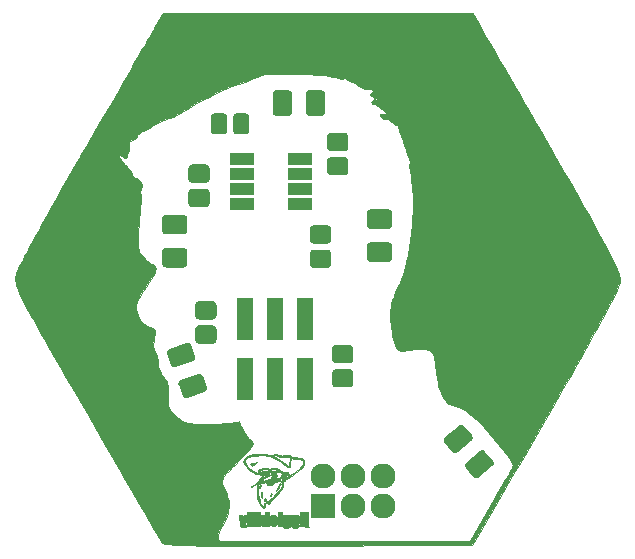
<source format=gbr>
G04 #@! TF.GenerationSoftware,KiCad,Pcbnew,(5.1.5)-3*
G04 #@! TF.CreationDate,2020-07-31T07:34:08-05:00*
G04 #@! TF.ProjectId,matt_damon,6d617474-5f64-4616-9d6f-6e2e6b696361,rev?*
G04 #@! TF.SameCoordinates,Original*
G04 #@! TF.FileFunction,Soldermask,Bot*
G04 #@! TF.FilePolarity,Negative*
%FSLAX46Y46*%
G04 Gerber Fmt 4.6, Leading zero omitted, Abs format (unit mm)*
G04 Created by KiCad (PCBNEW (5.1.5)-3) date 2020-07-31 07:34:08*
%MOMM*%
%LPD*%
G04 APERTURE LIST*
%ADD10C,0.010000*%
%ADD11C,2.127200*%
%ADD12O,2.127200X2.127200*%
%ADD13R,2.127200X2.127200*%
%ADD14R,1.400000X3.550000*%
%ADD15R,2.000000X1.100000*%
%ADD16C,0.100000*%
G04 APERTURE END LIST*
D10*
G36*
X-899991Y35896916D02*
G01*
X230185Y35896751D01*
X1282838Y35896429D01*
X2260351Y35895940D01*
X3165104Y35895274D01*
X3999480Y35894424D01*
X4765860Y35893378D01*
X5466626Y35892128D01*
X6104159Y35890666D01*
X6680840Y35888980D01*
X7199051Y35887063D01*
X7661173Y35884905D01*
X8069589Y35882497D01*
X8426679Y35879829D01*
X8734825Y35876892D01*
X8996409Y35873677D01*
X9213811Y35870175D01*
X9389414Y35866377D01*
X9525600Y35862272D01*
X9624748Y35857852D01*
X9689242Y35853108D01*
X9721462Y35848031D01*
X9725982Y35845750D01*
X9752858Y35802191D01*
X9819404Y35690097D01*
X9922868Y35514204D01*
X10060499Y35279251D01*
X10229545Y34989974D01*
X10427255Y34651111D01*
X10650876Y34267398D01*
X10897657Y33843572D01*
X11164847Y33384372D01*
X11449692Y32894533D01*
X11749443Y32378794D01*
X12061347Y31841890D01*
X12382652Y31288560D01*
X12710607Y30723541D01*
X13042460Y30151569D01*
X13375460Y29577382D01*
X13706854Y29005717D01*
X14033891Y28441311D01*
X14353819Y27888901D01*
X14663887Y27353224D01*
X14961342Y26839018D01*
X15243434Y26351020D01*
X15507410Y25893966D01*
X15609257Y25717500D01*
X16281771Y24550417D01*
X16911701Y23453934D01*
X17500116Y22426102D01*
X18048086Y21464976D01*
X18556678Y20568609D01*
X19026963Y19735053D01*
X19460008Y18962363D01*
X19856884Y18248591D01*
X20218658Y17591791D01*
X20546400Y16990016D01*
X20841179Y16441318D01*
X21104064Y15943752D01*
X21336123Y15495371D01*
X21538426Y15094227D01*
X21712041Y14738374D01*
X21858038Y14425866D01*
X21977485Y14154755D01*
X22036378Y14012333D01*
X22110183Y13816494D01*
X22163260Y13638109D01*
X22193469Y13467601D01*
X22198668Y13295397D01*
X22176717Y13111920D01*
X22125474Y12907595D01*
X22042798Y12672846D01*
X21926549Y12398100D01*
X21774584Y12073780D01*
X21584763Y11690311D01*
X21463676Y11451166D01*
X21303299Y11139463D01*
X21122204Y10794103D01*
X20919396Y10413340D01*
X20693881Y9995430D01*
X20444663Y9538627D01*
X20170749Y9041186D01*
X19871144Y8501361D01*
X19544853Y7917408D01*
X19190882Y7287581D01*
X18808235Y6610136D01*
X18395918Y5883326D01*
X17952937Y5105407D01*
X17478297Y4274633D01*
X16971004Y3389260D01*
X16430062Y2447541D01*
X15854477Y1447733D01*
X15243255Y388089D01*
X14595400Y-733135D01*
X13909919Y-1917686D01*
X13185816Y-3167307D01*
X12422097Y-4483744D01*
X11617768Y-5868743D01*
X10771833Y-7324048D01*
X10350958Y-8047662D01*
X9720454Y-9131491D01*
X8723144Y-9158592D01*
X8555122Y-9162013D01*
X8308820Y-9165348D01*
X7988747Y-9168593D01*
X7599415Y-9171742D01*
X7145332Y-9174790D01*
X6631009Y-9177732D01*
X6060955Y-9180561D01*
X5439681Y-9183273D01*
X4771695Y-9185862D01*
X4061509Y-9188323D01*
X3313632Y-9190651D01*
X2532573Y-9192840D01*
X1722843Y-9194885D01*
X888952Y-9196780D01*
X35409Y-9198521D01*
X-833275Y-9200101D01*
X-1712591Y-9201515D01*
X-2598029Y-9202758D01*
X-3485079Y-9203826D01*
X-4369230Y-9204711D01*
X-5245975Y-9205409D01*
X-6110801Y-9205915D01*
X-6959200Y-9206223D01*
X-7786661Y-9206328D01*
X-8588675Y-9206224D01*
X-9360731Y-9205906D01*
X-10098321Y-9205369D01*
X-10796933Y-9204607D01*
X-11452059Y-9203616D01*
X-12059188Y-9202389D01*
X-12613810Y-9200921D01*
X-13111415Y-9199207D01*
X-13547494Y-9197241D01*
X-13917537Y-9195019D01*
X-14217033Y-9192535D01*
X-14441473Y-9189782D01*
X-14586347Y-9186757D01*
X-14599184Y-9186341D01*
X-15121648Y-9164769D01*
X-15563143Y-9139010D01*
X-15922880Y-9109139D01*
X-16200070Y-9075228D01*
X-16393927Y-9037350D01*
X-16467666Y-9013675D01*
X-16549652Y-8953615D01*
X-16643831Y-8847082D01*
X-16695753Y-8771506D01*
X-16767028Y-8653171D01*
X-16878167Y-8465479D01*
X-17026836Y-8212475D01*
X-17210700Y-7898203D01*
X-17427426Y-7526708D01*
X-17674677Y-7102033D01*
X-17950121Y-6628223D01*
X-18251421Y-6109322D01*
X-18576244Y-5549374D01*
X-18922255Y-4952424D01*
X-19287119Y-4322516D01*
X-19668502Y-3663695D01*
X-20064069Y-2980003D01*
X-20471485Y-2275487D01*
X-20888417Y-1554189D01*
X-21312529Y-820155D01*
X-21741487Y-77428D01*
X-22172956Y669947D01*
X-22604602Y1417925D01*
X-23034090Y2162464D01*
X-23459086Y2899518D01*
X-23877254Y3625043D01*
X-24286261Y4334994D01*
X-24683772Y5025329D01*
X-25067452Y5692001D01*
X-25434966Y6330968D01*
X-25783980Y6938184D01*
X-26112160Y7509606D01*
X-26417171Y8041189D01*
X-26696678Y8528888D01*
X-26948347Y8968661D01*
X-27169842Y9356462D01*
X-27358831Y9688247D01*
X-27512977Y9959971D01*
X-27629947Y10167592D01*
X-27672965Y10244666D01*
X-27985759Y10816389D01*
X-28252413Y11323083D01*
X-28474909Y11769380D01*
X-28655227Y12159915D01*
X-28795347Y12499322D01*
X-28897252Y12792232D01*
X-28962922Y13043279D01*
X-28994338Y13257097D01*
X-28997831Y13343370D01*
X-28991853Y13434915D01*
X-28972746Y13544512D01*
X-28939382Y13674235D01*
X-28890633Y13826160D01*
X-28825370Y14002361D01*
X-28742465Y14204914D01*
X-28640789Y14435892D01*
X-28519214Y14697371D01*
X-28376612Y14991426D01*
X-28211854Y15320132D01*
X-28023812Y15685564D01*
X-27811357Y16089796D01*
X-27573362Y16534903D01*
X-27308697Y17022960D01*
X-27016235Y17556043D01*
X-26694847Y18136225D01*
X-26343405Y18765582D01*
X-25960779Y19446189D01*
X-25545843Y20180120D01*
X-25097467Y20969451D01*
X-24614523Y21816256D01*
X-24095883Y22722610D01*
X-23540418Y23690588D01*
X-23388249Y23955141D01*
X-20270172Y23955141D01*
X-20232498Y23823782D01*
X-20189611Y23710925D01*
X-20118992Y23586252D01*
X-20012493Y23438619D01*
X-19861964Y23256885D01*
X-19659257Y23029908D01*
X-19622861Y22990198D01*
X-19424734Y22768595D01*
X-19283128Y22595055D01*
X-19191858Y22460745D01*
X-19144745Y22356833D01*
X-19134666Y22292706D01*
X-19101632Y22218985D01*
X-19069660Y22192828D01*
X-19012317Y22127800D01*
X-18971435Y22031974D01*
X-18938119Y21950766D01*
X-18876525Y21907549D01*
X-18758854Y21883182D01*
X-18754449Y21882580D01*
X-18565525Y21816375D01*
X-18413228Y21679286D01*
X-18306817Y21480550D01*
X-18286743Y21415998D01*
X-18261536Y21280795D01*
X-18274176Y21161238D01*
X-18310528Y21051376D01*
X-18364628Y20935448D01*
X-18419377Y20857214D01*
X-18440255Y20841740D01*
X-18475390Y20813401D01*
X-18454908Y20758455D01*
X-18435558Y20729618D01*
X-18402627Y20637524D01*
X-18383029Y20473230D01*
X-18376834Y20235218D01*
X-18384113Y19921970D01*
X-18404936Y19531969D01*
X-18439374Y19063696D01*
X-18487498Y18515633D01*
X-18549379Y17886264D01*
X-18582557Y17568333D01*
X-18614135Y17169153D01*
X-18624617Y16780908D01*
X-18614879Y16417414D01*
X-18585794Y16092488D01*
X-18538238Y15819946D01*
X-18473086Y15613603D01*
X-18456582Y15578666D01*
X-18387748Y15483544D01*
X-18263877Y15350315D01*
X-18098137Y15191042D01*
X-17903693Y15017789D01*
X-17693711Y14842617D01*
X-17481358Y14677589D01*
X-17438541Y14645970D01*
X-17282437Y14531230D01*
X-17182724Y14451900D01*
X-17127994Y14392676D01*
X-17106840Y14338255D01*
X-17107855Y14273335D01*
X-17115718Y14212911D01*
X-17139987Y14098949D01*
X-17187003Y13965719D01*
X-17261144Y13805164D01*
X-17366784Y13609227D01*
X-17508300Y13369853D01*
X-17690068Y13078985D01*
X-17916465Y12728566D01*
X-17948999Y12678833D01*
X-18163652Y12348456D01*
X-18335290Y12077198D01*
X-18469391Y11854774D01*
X-18571432Y11670898D01*
X-18646893Y11515286D01*
X-18701249Y11377653D01*
X-18739980Y11247714D01*
X-18761060Y11154180D01*
X-18781454Y10845265D01*
X-18725822Y10530734D01*
X-18601043Y10222131D01*
X-18414001Y9931003D01*
X-18171576Y9668896D01*
X-17880651Y9447354D01*
X-17676245Y9334137D01*
X-17524161Y9264550D01*
X-17396471Y9212580D01*
X-17316074Y9187381D01*
X-17306461Y9186333D01*
X-17242475Y9152422D01*
X-17187634Y9081063D01*
X-17167440Y9029427D01*
X-17158109Y8959987D01*
X-17160436Y8858775D01*
X-17175217Y8711824D01*
X-17203245Y8505168D01*
X-17231010Y8318574D01*
X-17330724Y7661356D01*
X-17232822Y7439595D01*
X-17122304Y7187691D01*
X-17041439Y6995320D01*
X-16985364Y6844703D01*
X-16949216Y6718063D01*
X-16928130Y6597620D01*
X-16917244Y6465598D01*
X-16911692Y6304216D01*
X-16910682Y6262074D01*
X-16902005Y6047445D01*
X-16882242Y5875078D01*
X-16843746Y5724312D01*
X-16778870Y5574485D01*
X-16679966Y5404936D01*
X-16539386Y5195003D01*
X-16488833Y5122333D01*
X-16354308Y4929506D01*
X-16251769Y4775061D01*
X-16177057Y4642960D01*
X-16126013Y4517164D01*
X-16094476Y4381636D01*
X-16078289Y4220336D01*
X-16073290Y4017228D01*
X-16075322Y3756271D01*
X-16078557Y3540319D01*
X-16091614Y2656804D01*
X-15976200Y2418485D01*
X-15813915Y2160107D01*
X-15584666Y1903019D01*
X-15305230Y1661023D01*
X-14992380Y1447917D01*
X-14662893Y1277502D01*
X-14520333Y1220806D01*
X-14446901Y1195173D01*
X-14377274Y1174409D01*
X-14301963Y1158013D01*
X-14211476Y1145486D01*
X-14096324Y1136325D01*
X-13947014Y1130032D01*
X-13754057Y1126104D01*
X-13507962Y1124042D01*
X-13199239Y1123345D01*
X-12818396Y1123512D01*
X-12678833Y1123667D01*
X-12262587Y1124524D01*
X-11919846Y1126366D01*
X-11639446Y1129703D01*
X-11410227Y1135045D01*
X-11221028Y1142900D01*
X-11060687Y1153778D01*
X-10918043Y1168190D01*
X-10781933Y1186645D01*
X-10641198Y1209652D01*
X-10587115Y1219171D01*
X-10388222Y1253740D01*
X-10222823Y1280794D01*
X-10106867Y1297849D01*
X-10056302Y1302419D01*
X-10055381Y1302004D01*
X-10036507Y1261219D01*
X-9991122Y1160759D01*
X-9927186Y1018281D01*
X-9888304Y931333D01*
X-9725134Y589152D01*
X-9566650Y309910D01*
X-9399821Y73753D01*
X-9211617Y-139170D01*
X-9137420Y-212709D01*
X-8850242Y-488918D01*
X-9069430Y-868876D01*
X-9135816Y-979689D01*
X-9205691Y-1084985D01*
X-9286537Y-1193176D01*
X-9385837Y-1312678D01*
X-9511071Y-1451902D01*
X-9669722Y-1619265D01*
X-9869272Y-1823178D01*
X-10117203Y-2072056D01*
X-10310772Y-2264834D01*
X-10627575Y-2582708D01*
X-10896609Y-2858889D01*
X-11114820Y-3090089D01*
X-11279152Y-3273020D01*
X-11386551Y-3404393D01*
X-11428120Y-3467541D01*
X-11487963Y-3625211D01*
X-11499538Y-3784524D01*
X-11460637Y-3964699D01*
X-11369047Y-4184958D01*
X-11338462Y-4246944D01*
X-11237351Y-4462926D01*
X-11151017Y-4676870D01*
X-11086967Y-4867721D01*
X-11052705Y-5014425D01*
X-11049000Y-5058983D01*
X-11021920Y-5158444D01*
X-10965590Y-5247884D01*
X-10912454Y-5315730D01*
X-10878089Y-5384799D01*
X-10861995Y-5470226D01*
X-10863672Y-5587149D01*
X-10882620Y-5750703D01*
X-10918341Y-5976024D01*
X-10937781Y-6090141D01*
X-11003235Y-6428297D01*
X-11076764Y-6707846D01*
X-11168185Y-6954830D01*
X-11287318Y-7195290D01*
X-11443980Y-7455269D01*
X-11464347Y-7486827D01*
X-11637886Y-7784510D01*
X-11747368Y-8048974D01*
X-11797961Y-8295753D01*
X-11799268Y-8493998D01*
X-11784122Y-8639362D01*
X-11765268Y-8752393D01*
X-11750180Y-8800998D01*
X-11721160Y-8806317D01*
X-11639710Y-8811217D01*
X-11503984Y-8815705D01*
X-11312138Y-8819786D01*
X-11062328Y-8823466D01*
X-10752710Y-8826753D01*
X-10381439Y-8829651D01*
X-9946671Y-8832169D01*
X-9446563Y-8834310D01*
X-8879269Y-8836083D01*
X-8242946Y-8837493D01*
X-7535748Y-8838547D01*
X-6755833Y-8839250D01*
X-5901355Y-8839610D01*
X-4970471Y-8839632D01*
X-3961336Y-8839322D01*
X-2872105Y-8838687D01*
X-1700936Y-8837734D01*
X-1111019Y-8837167D01*
X9499195Y-8826500D01*
X11216489Y-5863167D01*
X11486327Y-5396653D01*
X11746009Y-4945981D01*
X11992063Y-4517280D01*
X12221017Y-4116678D01*
X12429397Y-3750306D01*
X12613730Y-3424293D01*
X12770545Y-3144767D01*
X12896367Y-2917858D01*
X12987725Y-2749695D01*
X13041146Y-2646408D01*
X13050247Y-2626695D01*
X13166712Y-2353557D01*
X12968803Y-2055195D01*
X12621902Y-1554539D01*
X12235631Y-1036616D01*
X11820276Y-513094D01*
X11386125Y4356D01*
X10943465Y504067D01*
X10502582Y974367D01*
X10073764Y1403589D01*
X9667298Y1780063D01*
X9356850Y2042059D01*
X9052297Y2270034D01*
X8781783Y2436678D01*
X8530479Y2549799D01*
X8283557Y2617206D01*
X8255000Y2622341D01*
X7981110Y2679531D01*
X7766098Y2754175D01*
X7593977Y2859098D01*
X7448765Y3007123D01*
X7314477Y3211075D01*
X7175128Y3483779D01*
X7171362Y3491756D01*
X7032242Y3801905D01*
X6920686Y4089557D01*
X6831531Y4374588D01*
X6759616Y4676871D01*
X6699777Y5016279D01*
X6646853Y5412688D01*
X6626865Y5588000D01*
X6578942Y6005830D01*
X6533866Y6348069D01*
X6488504Y6623578D01*
X6439726Y6841222D01*
X6384401Y7009864D01*
X6319398Y7138366D01*
X6241584Y7235593D01*
X6147830Y7310407D01*
X6035004Y7371672D01*
X5989589Y7391915D01*
X5807960Y7439773D01*
X5551055Y7461543D01*
X5224114Y7457311D01*
X4832379Y7427163D01*
X4381092Y7371187D01*
X4335727Y7364590D01*
X4077058Y7327407D01*
X3886735Y7303079D01*
X3749530Y7290911D01*
X3650215Y7290207D01*
X3573559Y7300274D01*
X3504334Y7320415D01*
X3489060Y7325955D01*
X3387180Y7380155D01*
X3298480Y7467283D01*
X3219082Y7596303D01*
X3145109Y7776177D01*
X3072682Y8015868D01*
X2997924Y8324339D01*
X2940557Y8593666D01*
X2872429Y8946092D01*
X2824107Y9248615D01*
X2791600Y9532590D01*
X2770919Y9829368D01*
X2764282Y9978698D01*
X2756690Y10340186D01*
X2766010Y10662106D01*
X2795939Y10960725D01*
X2850178Y11252308D01*
X2932426Y11553123D01*
X3046382Y11879435D01*
X3195747Y12247512D01*
X3370129Y12642561D01*
X3541703Y13030264D01*
X3681171Y13369276D01*
X3797195Y13685111D01*
X3898435Y14003285D01*
X3993553Y14349312D01*
X4091211Y14748706D01*
X4104640Y14806285D01*
X4238367Y15417525D01*
X4351148Y16014267D01*
X4445395Y16614570D01*
X4523525Y17236492D01*
X4587951Y17898094D01*
X4641089Y18617434D01*
X4662917Y18981803D01*
X4687651Y19710052D01*
X4675448Y20397722D01*
X4624582Y21081234D01*
X4533329Y21797005D01*
X4527879Y21832963D01*
X4474102Y22185626D01*
X4432170Y22464078D01*
X4401289Y22677829D01*
X4380666Y22836385D01*
X4369506Y22949256D01*
X4367018Y23025948D01*
X4372408Y23075970D01*
X4384882Y23108830D01*
X4403647Y23134036D01*
X4418000Y23149888D01*
X4461949Y23207956D01*
X4464148Y23262598D01*
X4423179Y23347784D01*
X4408666Y23373239D01*
X4334223Y23529206D01*
X4253424Y23742111D01*
X4175419Y23985657D01*
X4109354Y24233546D01*
X4109291Y24233815D01*
X4075073Y24348063D01*
X4014626Y24519876D01*
X3935420Y24729147D01*
X3844923Y24955769D01*
X3808001Y25044944D01*
X3715090Y25274542D01*
X3630961Y25496467D01*
X3563062Y25690047D01*
X3518842Y25834613D01*
X3509783Y25872462D01*
X3476771Y26033909D01*
X3445639Y26187574D01*
X3433791Y26246666D01*
X3405777Y26345404D01*
X3360318Y26382110D01*
X3288776Y26381107D01*
X3219554Y26385827D01*
X3140648Y26423202D01*
X3036494Y26503259D01*
X2891530Y26636021D01*
X2888389Y26639014D01*
X2751607Y26766899D01*
X2655905Y26845583D01*
X2582386Y26885626D01*
X2512155Y26897589D01*
X2434167Y26892867D01*
X2312983Y26892174D01*
X2206119Y26927851D01*
X2082313Y27007529D01*
X1971635Y27097115D01*
X1920193Y27169882D01*
X1912374Y27248579D01*
X1912979Y27254235D01*
X1922787Y27311656D01*
X1947969Y27345335D01*
X2006835Y27361159D01*
X2117695Y27365014D01*
X2252800Y27363489D01*
X2579433Y27358477D01*
X2252800Y27590406D01*
X2072997Y27719839D01*
X1886022Y27857280D01*
X1725661Y27977827D01*
X1691636Y28003996D01*
X1547699Y28106941D01*
X1443369Y28158119D01*
X1359285Y28166521D01*
X1346133Y28164443D01*
X1248256Y28168045D01*
X1184845Y28237247D01*
X1184762Y28237401D01*
X1158155Y28317814D01*
X1184577Y28395647D01*
X1216970Y28442703D01*
X1307369Y28529616D01*
X1420495Y28567211D01*
X1567425Y28554654D01*
X1759239Y28491112D01*
X1989588Y28384539D01*
X2155752Y28304314D01*
X2295202Y28242985D01*
X2390002Y28208099D01*
X2420077Y28203414D01*
X2409118Y28228179D01*
X2335902Y28280558D01*
X2215066Y28352724D01*
X2061246Y28436850D01*
X1889078Y28525107D01*
X1713197Y28609670D01*
X1548239Y28682710D01*
X1453010Y28720598D01*
X1300002Y28782830D01*
X1175950Y28842620D01*
X1104724Y28888304D01*
X1100264Y28892985D01*
X1063271Y28991216D01*
X1107560Y29092090D01*
X1228026Y29187688D01*
X1375834Y29273500D01*
X1289860Y29358166D01*
X1221054Y29407983D01*
X1129101Y29430359D01*
X985984Y29431362D01*
X958005Y29430025D01*
X802477Y29434848D01*
X640555Y29469433D01*
X458087Y29539411D01*
X240919Y29650413D01*
X-25103Y29808070D01*
X-83053Y29844213D01*
X-240607Y29935534D01*
X-394068Y30011985D01*
X-511020Y30057464D01*
X-513920Y30058261D01*
X-637147Y30106160D01*
X-788188Y30184738D01*
X-889553Y30247539D01*
X-1018338Y30328526D01*
X-1103415Y30363664D01*
X-1166975Y30360265D01*
X-1194577Y30348053D01*
X-1296909Y30322369D01*
X-1450805Y30330903D01*
X-1664336Y30374809D01*
X-1945568Y30455242D01*
X-1947333Y30455792D01*
X-2138720Y30506056D01*
X-2373489Y30554106D01*
X-2610559Y30591871D01*
X-2688166Y30601352D01*
X-3072686Y30638060D01*
X-3515849Y30671012D01*
X-4001908Y30699733D01*
X-4515115Y30723746D01*
X-5039722Y30742576D01*
X-5559984Y30755747D01*
X-6060151Y30762782D01*
X-6524477Y30763206D01*
X-6937214Y30756543D01*
X-7282615Y30742317D01*
X-7305673Y30740912D01*
X-7564313Y30723909D01*
X-7758373Y30707525D01*
X-7907820Y30687845D01*
X-8032618Y30660949D01*
X-8152733Y30622920D01*
X-8288130Y30569839D01*
X-8385173Y30529066D01*
X-8557683Y30459041D01*
X-8788398Y30369925D01*
X-9055385Y30269951D01*
X-9336711Y30167350D01*
X-9567333Y30085410D01*
X-10667005Y29677309D01*
X-11685658Y29251777D01*
X-12625326Y28807843D01*
X-13488042Y28344533D01*
X-14275839Y27860876D01*
X-14422100Y27763300D01*
X-15014188Y27407345D01*
X-15666937Y27097847D01*
X-16002000Y26966294D01*
X-16418560Y26802914D01*
X-16805661Y26631012D01*
X-17142434Y26460194D01*
X-17304037Y26366897D01*
X-17464589Y26273244D01*
X-17666843Y26161677D01*
X-17876252Y26051083D01*
X-17956048Y26010461D01*
X-18250397Y25856923D01*
X-18466074Y25731383D01*
X-18604075Y25633189D01*
X-18665402Y25561688D01*
X-18669000Y25544902D01*
X-18706269Y25451026D01*
X-18809222Y25338921D01*
X-18964576Y25220901D01*
X-19113771Y25132560D01*
X-19367500Y24997833D01*
X-19379521Y24542211D01*
X-19387195Y24332915D01*
X-19398846Y24192696D01*
X-19417126Y24105977D01*
X-19444690Y24057178D01*
X-19464922Y24040762D01*
X-19515493Y23978472D01*
X-19525490Y23867003D01*
X-19522932Y23833773D01*
X-19520858Y23722925D01*
X-19549856Y23666692D01*
X-19596281Y23644452D01*
X-19706528Y23632794D01*
X-19833899Y23669790D01*
X-19994894Y23761339D01*
X-20072836Y23814864D01*
X-20270172Y23955141D01*
X-23388249Y23955141D01*
X-22947001Y24722265D01*
X-22314502Y25819716D01*
X-21641793Y26985016D01*
X-20927746Y28220239D01*
X-20587789Y28807833D01*
X-20241227Y29406718D01*
X-19895573Y30004066D01*
X-19554434Y30593642D01*
X-19221418Y31169211D01*
X-18900129Y31724539D01*
X-18594176Y32253392D01*
X-18307165Y32749535D01*
X-18042702Y33206733D01*
X-17804394Y33618752D01*
X-17595847Y33979358D01*
X-17420669Y34282315D01*
X-17282466Y34521390D01*
X-17227662Y34616226D01*
X-16488833Y35894953D01*
X-3402433Y35896810D01*
X-2110069Y35896932D01*
X-899991Y35896916D01*
G37*
X-899991Y35896916D02*
X230185Y35896751D01*
X1282838Y35896429D01*
X2260351Y35895940D01*
X3165104Y35895274D01*
X3999480Y35894424D01*
X4765860Y35893378D01*
X5466626Y35892128D01*
X6104159Y35890666D01*
X6680840Y35888980D01*
X7199051Y35887063D01*
X7661173Y35884905D01*
X8069589Y35882497D01*
X8426679Y35879829D01*
X8734825Y35876892D01*
X8996409Y35873677D01*
X9213811Y35870175D01*
X9389414Y35866377D01*
X9525600Y35862272D01*
X9624748Y35857852D01*
X9689242Y35853108D01*
X9721462Y35848031D01*
X9725982Y35845750D01*
X9752858Y35802191D01*
X9819404Y35690097D01*
X9922868Y35514204D01*
X10060499Y35279251D01*
X10229545Y34989974D01*
X10427255Y34651111D01*
X10650876Y34267398D01*
X10897657Y33843572D01*
X11164847Y33384372D01*
X11449692Y32894533D01*
X11749443Y32378794D01*
X12061347Y31841890D01*
X12382652Y31288560D01*
X12710607Y30723541D01*
X13042460Y30151569D01*
X13375460Y29577382D01*
X13706854Y29005717D01*
X14033891Y28441311D01*
X14353819Y27888901D01*
X14663887Y27353224D01*
X14961342Y26839018D01*
X15243434Y26351020D01*
X15507410Y25893966D01*
X15609257Y25717500D01*
X16281771Y24550417D01*
X16911701Y23453934D01*
X17500116Y22426102D01*
X18048086Y21464976D01*
X18556678Y20568609D01*
X19026963Y19735053D01*
X19460008Y18962363D01*
X19856884Y18248591D01*
X20218658Y17591791D01*
X20546400Y16990016D01*
X20841179Y16441318D01*
X21104064Y15943752D01*
X21336123Y15495371D01*
X21538426Y15094227D01*
X21712041Y14738374D01*
X21858038Y14425866D01*
X21977485Y14154755D01*
X22036378Y14012333D01*
X22110183Y13816494D01*
X22163260Y13638109D01*
X22193469Y13467601D01*
X22198668Y13295397D01*
X22176717Y13111920D01*
X22125474Y12907595D01*
X22042798Y12672846D01*
X21926549Y12398100D01*
X21774584Y12073780D01*
X21584763Y11690311D01*
X21463676Y11451166D01*
X21303299Y11139463D01*
X21122204Y10794103D01*
X20919396Y10413340D01*
X20693881Y9995430D01*
X20444663Y9538627D01*
X20170749Y9041186D01*
X19871144Y8501361D01*
X19544853Y7917408D01*
X19190882Y7287581D01*
X18808235Y6610136D01*
X18395918Y5883326D01*
X17952937Y5105407D01*
X17478297Y4274633D01*
X16971004Y3389260D01*
X16430062Y2447541D01*
X15854477Y1447733D01*
X15243255Y388089D01*
X14595400Y-733135D01*
X13909919Y-1917686D01*
X13185816Y-3167307D01*
X12422097Y-4483744D01*
X11617768Y-5868743D01*
X10771833Y-7324048D01*
X10350958Y-8047662D01*
X9720454Y-9131491D01*
X8723144Y-9158592D01*
X8555122Y-9162013D01*
X8308820Y-9165348D01*
X7988747Y-9168593D01*
X7599415Y-9171742D01*
X7145332Y-9174790D01*
X6631009Y-9177732D01*
X6060955Y-9180561D01*
X5439681Y-9183273D01*
X4771695Y-9185862D01*
X4061509Y-9188323D01*
X3313632Y-9190651D01*
X2532573Y-9192840D01*
X1722843Y-9194885D01*
X888952Y-9196780D01*
X35409Y-9198521D01*
X-833275Y-9200101D01*
X-1712591Y-9201515D01*
X-2598029Y-9202758D01*
X-3485079Y-9203826D01*
X-4369230Y-9204711D01*
X-5245975Y-9205409D01*
X-6110801Y-9205915D01*
X-6959200Y-9206223D01*
X-7786661Y-9206328D01*
X-8588675Y-9206224D01*
X-9360731Y-9205906D01*
X-10098321Y-9205369D01*
X-10796933Y-9204607D01*
X-11452059Y-9203616D01*
X-12059188Y-9202389D01*
X-12613810Y-9200921D01*
X-13111415Y-9199207D01*
X-13547494Y-9197241D01*
X-13917537Y-9195019D01*
X-14217033Y-9192535D01*
X-14441473Y-9189782D01*
X-14586347Y-9186757D01*
X-14599184Y-9186341D01*
X-15121648Y-9164769D01*
X-15563143Y-9139010D01*
X-15922880Y-9109139D01*
X-16200070Y-9075228D01*
X-16393927Y-9037350D01*
X-16467666Y-9013675D01*
X-16549652Y-8953615D01*
X-16643831Y-8847082D01*
X-16695753Y-8771506D01*
X-16767028Y-8653171D01*
X-16878167Y-8465479D01*
X-17026836Y-8212475D01*
X-17210700Y-7898203D01*
X-17427426Y-7526708D01*
X-17674677Y-7102033D01*
X-17950121Y-6628223D01*
X-18251421Y-6109322D01*
X-18576244Y-5549374D01*
X-18922255Y-4952424D01*
X-19287119Y-4322516D01*
X-19668502Y-3663695D01*
X-20064069Y-2980003D01*
X-20471485Y-2275487D01*
X-20888417Y-1554189D01*
X-21312529Y-820155D01*
X-21741487Y-77428D01*
X-22172956Y669947D01*
X-22604602Y1417925D01*
X-23034090Y2162464D01*
X-23459086Y2899518D01*
X-23877254Y3625043D01*
X-24286261Y4334994D01*
X-24683772Y5025329D01*
X-25067452Y5692001D01*
X-25434966Y6330968D01*
X-25783980Y6938184D01*
X-26112160Y7509606D01*
X-26417171Y8041189D01*
X-26696678Y8528888D01*
X-26948347Y8968661D01*
X-27169842Y9356462D01*
X-27358831Y9688247D01*
X-27512977Y9959971D01*
X-27629947Y10167592D01*
X-27672965Y10244666D01*
X-27985759Y10816389D01*
X-28252413Y11323083D01*
X-28474909Y11769380D01*
X-28655227Y12159915D01*
X-28795347Y12499322D01*
X-28897252Y12792232D01*
X-28962922Y13043279D01*
X-28994338Y13257097D01*
X-28997831Y13343370D01*
X-28991853Y13434915D01*
X-28972746Y13544512D01*
X-28939382Y13674235D01*
X-28890633Y13826160D01*
X-28825370Y14002361D01*
X-28742465Y14204914D01*
X-28640789Y14435892D01*
X-28519214Y14697371D01*
X-28376612Y14991426D01*
X-28211854Y15320132D01*
X-28023812Y15685564D01*
X-27811357Y16089796D01*
X-27573362Y16534903D01*
X-27308697Y17022960D01*
X-27016235Y17556043D01*
X-26694847Y18136225D01*
X-26343405Y18765582D01*
X-25960779Y19446189D01*
X-25545843Y20180120D01*
X-25097467Y20969451D01*
X-24614523Y21816256D01*
X-24095883Y22722610D01*
X-23540418Y23690588D01*
X-23388249Y23955141D01*
X-20270172Y23955141D01*
X-20232498Y23823782D01*
X-20189611Y23710925D01*
X-20118992Y23586252D01*
X-20012493Y23438619D01*
X-19861964Y23256885D01*
X-19659257Y23029908D01*
X-19622861Y22990198D01*
X-19424734Y22768595D01*
X-19283128Y22595055D01*
X-19191858Y22460745D01*
X-19144745Y22356833D01*
X-19134666Y22292706D01*
X-19101632Y22218985D01*
X-19069660Y22192828D01*
X-19012317Y22127800D01*
X-18971435Y22031974D01*
X-18938119Y21950766D01*
X-18876525Y21907549D01*
X-18758854Y21883182D01*
X-18754449Y21882580D01*
X-18565525Y21816375D01*
X-18413228Y21679286D01*
X-18306817Y21480550D01*
X-18286743Y21415998D01*
X-18261536Y21280795D01*
X-18274176Y21161238D01*
X-18310528Y21051376D01*
X-18364628Y20935448D01*
X-18419377Y20857214D01*
X-18440255Y20841740D01*
X-18475390Y20813401D01*
X-18454908Y20758455D01*
X-18435558Y20729618D01*
X-18402627Y20637524D01*
X-18383029Y20473230D01*
X-18376834Y20235218D01*
X-18384113Y19921970D01*
X-18404936Y19531969D01*
X-18439374Y19063696D01*
X-18487498Y18515633D01*
X-18549379Y17886264D01*
X-18582557Y17568333D01*
X-18614135Y17169153D01*
X-18624617Y16780908D01*
X-18614879Y16417414D01*
X-18585794Y16092488D01*
X-18538238Y15819946D01*
X-18473086Y15613603D01*
X-18456582Y15578666D01*
X-18387748Y15483544D01*
X-18263877Y15350315D01*
X-18098137Y15191042D01*
X-17903693Y15017789D01*
X-17693711Y14842617D01*
X-17481358Y14677589D01*
X-17438541Y14645970D01*
X-17282437Y14531230D01*
X-17182724Y14451900D01*
X-17127994Y14392676D01*
X-17106840Y14338255D01*
X-17107855Y14273335D01*
X-17115718Y14212911D01*
X-17139987Y14098949D01*
X-17187003Y13965719D01*
X-17261144Y13805164D01*
X-17366784Y13609227D01*
X-17508300Y13369853D01*
X-17690068Y13078985D01*
X-17916465Y12728566D01*
X-17948999Y12678833D01*
X-18163652Y12348456D01*
X-18335290Y12077198D01*
X-18469391Y11854774D01*
X-18571432Y11670898D01*
X-18646893Y11515286D01*
X-18701249Y11377653D01*
X-18739980Y11247714D01*
X-18761060Y11154180D01*
X-18781454Y10845265D01*
X-18725822Y10530734D01*
X-18601043Y10222131D01*
X-18414001Y9931003D01*
X-18171576Y9668896D01*
X-17880651Y9447354D01*
X-17676245Y9334137D01*
X-17524161Y9264550D01*
X-17396471Y9212580D01*
X-17316074Y9187381D01*
X-17306461Y9186333D01*
X-17242475Y9152422D01*
X-17187634Y9081063D01*
X-17167440Y9029427D01*
X-17158109Y8959987D01*
X-17160436Y8858775D01*
X-17175217Y8711824D01*
X-17203245Y8505168D01*
X-17231010Y8318574D01*
X-17330724Y7661356D01*
X-17232822Y7439595D01*
X-17122304Y7187691D01*
X-17041439Y6995320D01*
X-16985364Y6844703D01*
X-16949216Y6718063D01*
X-16928130Y6597620D01*
X-16917244Y6465598D01*
X-16911692Y6304216D01*
X-16910682Y6262074D01*
X-16902005Y6047445D01*
X-16882242Y5875078D01*
X-16843746Y5724312D01*
X-16778870Y5574485D01*
X-16679966Y5404936D01*
X-16539386Y5195003D01*
X-16488833Y5122333D01*
X-16354308Y4929506D01*
X-16251769Y4775061D01*
X-16177057Y4642960D01*
X-16126013Y4517164D01*
X-16094476Y4381636D01*
X-16078289Y4220336D01*
X-16073290Y4017228D01*
X-16075322Y3756271D01*
X-16078557Y3540319D01*
X-16091614Y2656804D01*
X-15976200Y2418485D01*
X-15813915Y2160107D01*
X-15584666Y1903019D01*
X-15305230Y1661023D01*
X-14992380Y1447917D01*
X-14662893Y1277502D01*
X-14520333Y1220806D01*
X-14446901Y1195173D01*
X-14377274Y1174409D01*
X-14301963Y1158013D01*
X-14211476Y1145486D01*
X-14096324Y1136325D01*
X-13947014Y1130032D01*
X-13754057Y1126104D01*
X-13507962Y1124042D01*
X-13199239Y1123345D01*
X-12818396Y1123512D01*
X-12678833Y1123667D01*
X-12262587Y1124524D01*
X-11919846Y1126366D01*
X-11639446Y1129703D01*
X-11410227Y1135045D01*
X-11221028Y1142900D01*
X-11060687Y1153778D01*
X-10918043Y1168190D01*
X-10781933Y1186645D01*
X-10641198Y1209652D01*
X-10587115Y1219171D01*
X-10388222Y1253740D01*
X-10222823Y1280794D01*
X-10106867Y1297849D01*
X-10056302Y1302419D01*
X-10055381Y1302004D01*
X-10036507Y1261219D01*
X-9991122Y1160759D01*
X-9927186Y1018281D01*
X-9888304Y931333D01*
X-9725134Y589152D01*
X-9566650Y309910D01*
X-9399821Y73753D01*
X-9211617Y-139170D01*
X-9137420Y-212709D01*
X-8850242Y-488918D01*
X-9069430Y-868876D01*
X-9135816Y-979689D01*
X-9205691Y-1084985D01*
X-9286537Y-1193176D01*
X-9385837Y-1312678D01*
X-9511071Y-1451902D01*
X-9669722Y-1619265D01*
X-9869272Y-1823178D01*
X-10117203Y-2072056D01*
X-10310772Y-2264834D01*
X-10627575Y-2582708D01*
X-10896609Y-2858889D01*
X-11114820Y-3090089D01*
X-11279152Y-3273020D01*
X-11386551Y-3404393D01*
X-11428120Y-3467541D01*
X-11487963Y-3625211D01*
X-11499538Y-3784524D01*
X-11460637Y-3964699D01*
X-11369047Y-4184958D01*
X-11338462Y-4246944D01*
X-11237351Y-4462926D01*
X-11151017Y-4676870D01*
X-11086967Y-4867721D01*
X-11052705Y-5014425D01*
X-11049000Y-5058983D01*
X-11021920Y-5158444D01*
X-10965590Y-5247884D01*
X-10912454Y-5315730D01*
X-10878089Y-5384799D01*
X-10861995Y-5470226D01*
X-10863672Y-5587149D01*
X-10882620Y-5750703D01*
X-10918341Y-5976024D01*
X-10937781Y-6090141D01*
X-11003235Y-6428297D01*
X-11076764Y-6707846D01*
X-11168185Y-6954830D01*
X-11287318Y-7195290D01*
X-11443980Y-7455269D01*
X-11464347Y-7486827D01*
X-11637886Y-7784510D01*
X-11747368Y-8048974D01*
X-11797961Y-8295753D01*
X-11799268Y-8493998D01*
X-11784122Y-8639362D01*
X-11765268Y-8752393D01*
X-11750180Y-8800998D01*
X-11721160Y-8806317D01*
X-11639710Y-8811217D01*
X-11503984Y-8815705D01*
X-11312138Y-8819786D01*
X-11062328Y-8823466D01*
X-10752710Y-8826753D01*
X-10381439Y-8829651D01*
X-9946671Y-8832169D01*
X-9446563Y-8834310D01*
X-8879269Y-8836083D01*
X-8242946Y-8837493D01*
X-7535748Y-8838547D01*
X-6755833Y-8839250D01*
X-5901355Y-8839610D01*
X-4970471Y-8839632D01*
X-3961336Y-8839322D01*
X-2872105Y-8838687D01*
X-1700936Y-8837734D01*
X-1111019Y-8837167D01*
X9499195Y-8826500D01*
X11216489Y-5863167D01*
X11486327Y-5396653D01*
X11746009Y-4945981D01*
X11992063Y-4517280D01*
X12221017Y-4116678D01*
X12429397Y-3750306D01*
X12613730Y-3424293D01*
X12770545Y-3144767D01*
X12896367Y-2917858D01*
X12987725Y-2749695D01*
X13041146Y-2646408D01*
X13050247Y-2626695D01*
X13166712Y-2353557D01*
X12968803Y-2055195D01*
X12621902Y-1554539D01*
X12235631Y-1036616D01*
X11820276Y-513094D01*
X11386125Y4356D01*
X10943465Y504067D01*
X10502582Y974367D01*
X10073764Y1403589D01*
X9667298Y1780063D01*
X9356850Y2042059D01*
X9052297Y2270034D01*
X8781783Y2436678D01*
X8530479Y2549799D01*
X8283557Y2617206D01*
X8255000Y2622341D01*
X7981110Y2679531D01*
X7766098Y2754175D01*
X7593977Y2859098D01*
X7448765Y3007123D01*
X7314477Y3211075D01*
X7175128Y3483779D01*
X7171362Y3491756D01*
X7032242Y3801905D01*
X6920686Y4089557D01*
X6831531Y4374588D01*
X6759616Y4676871D01*
X6699777Y5016279D01*
X6646853Y5412688D01*
X6626865Y5588000D01*
X6578942Y6005830D01*
X6533866Y6348069D01*
X6488504Y6623578D01*
X6439726Y6841222D01*
X6384401Y7009864D01*
X6319398Y7138366D01*
X6241584Y7235593D01*
X6147830Y7310407D01*
X6035004Y7371672D01*
X5989589Y7391915D01*
X5807960Y7439773D01*
X5551055Y7461543D01*
X5224114Y7457311D01*
X4832379Y7427163D01*
X4381092Y7371187D01*
X4335727Y7364590D01*
X4077058Y7327407D01*
X3886735Y7303079D01*
X3749530Y7290911D01*
X3650215Y7290207D01*
X3573559Y7300274D01*
X3504334Y7320415D01*
X3489060Y7325955D01*
X3387180Y7380155D01*
X3298480Y7467283D01*
X3219082Y7596303D01*
X3145109Y7776177D01*
X3072682Y8015868D01*
X2997924Y8324339D01*
X2940557Y8593666D01*
X2872429Y8946092D01*
X2824107Y9248615D01*
X2791600Y9532590D01*
X2770919Y9829368D01*
X2764282Y9978698D01*
X2756690Y10340186D01*
X2766010Y10662106D01*
X2795939Y10960725D01*
X2850178Y11252308D01*
X2932426Y11553123D01*
X3046382Y11879435D01*
X3195747Y12247512D01*
X3370129Y12642561D01*
X3541703Y13030264D01*
X3681171Y13369276D01*
X3797195Y13685111D01*
X3898435Y14003285D01*
X3993553Y14349312D01*
X4091211Y14748706D01*
X4104640Y14806285D01*
X4238367Y15417525D01*
X4351148Y16014267D01*
X4445395Y16614570D01*
X4523525Y17236492D01*
X4587951Y17898094D01*
X4641089Y18617434D01*
X4662917Y18981803D01*
X4687651Y19710052D01*
X4675448Y20397722D01*
X4624582Y21081234D01*
X4533329Y21797005D01*
X4527879Y21832963D01*
X4474102Y22185626D01*
X4432170Y22464078D01*
X4401289Y22677829D01*
X4380666Y22836385D01*
X4369506Y22949256D01*
X4367018Y23025948D01*
X4372408Y23075970D01*
X4384882Y23108830D01*
X4403647Y23134036D01*
X4418000Y23149888D01*
X4461949Y23207956D01*
X4464148Y23262598D01*
X4423179Y23347784D01*
X4408666Y23373239D01*
X4334223Y23529206D01*
X4253424Y23742111D01*
X4175419Y23985657D01*
X4109354Y24233546D01*
X4109291Y24233815D01*
X4075073Y24348063D01*
X4014626Y24519876D01*
X3935420Y24729147D01*
X3844923Y24955769D01*
X3808001Y25044944D01*
X3715090Y25274542D01*
X3630961Y25496467D01*
X3563062Y25690047D01*
X3518842Y25834613D01*
X3509783Y25872462D01*
X3476771Y26033909D01*
X3445639Y26187574D01*
X3433791Y26246666D01*
X3405777Y26345404D01*
X3360318Y26382110D01*
X3288776Y26381107D01*
X3219554Y26385827D01*
X3140648Y26423202D01*
X3036494Y26503259D01*
X2891530Y26636021D01*
X2888389Y26639014D01*
X2751607Y26766899D01*
X2655905Y26845583D01*
X2582386Y26885626D01*
X2512155Y26897589D01*
X2434167Y26892867D01*
X2312983Y26892174D01*
X2206119Y26927851D01*
X2082313Y27007529D01*
X1971635Y27097115D01*
X1920193Y27169882D01*
X1912374Y27248579D01*
X1912979Y27254235D01*
X1922787Y27311656D01*
X1947969Y27345335D01*
X2006835Y27361159D01*
X2117695Y27365014D01*
X2252800Y27363489D01*
X2579433Y27358477D01*
X2252800Y27590406D01*
X2072997Y27719839D01*
X1886022Y27857280D01*
X1725661Y27977827D01*
X1691636Y28003996D01*
X1547699Y28106941D01*
X1443369Y28158119D01*
X1359285Y28166521D01*
X1346133Y28164443D01*
X1248256Y28168045D01*
X1184845Y28237247D01*
X1184762Y28237401D01*
X1158155Y28317814D01*
X1184577Y28395647D01*
X1216970Y28442703D01*
X1307369Y28529616D01*
X1420495Y28567211D01*
X1567425Y28554654D01*
X1759239Y28491112D01*
X1989588Y28384539D01*
X2155752Y28304314D01*
X2295202Y28242985D01*
X2390002Y28208099D01*
X2420077Y28203414D01*
X2409118Y28228179D01*
X2335902Y28280558D01*
X2215066Y28352724D01*
X2061246Y28436850D01*
X1889078Y28525107D01*
X1713197Y28609670D01*
X1548239Y28682710D01*
X1453010Y28720598D01*
X1300002Y28782830D01*
X1175950Y28842620D01*
X1104724Y28888304D01*
X1100264Y28892985D01*
X1063271Y28991216D01*
X1107560Y29092090D01*
X1228026Y29187688D01*
X1375834Y29273500D01*
X1289860Y29358166D01*
X1221054Y29407983D01*
X1129101Y29430359D01*
X985984Y29431362D01*
X958005Y29430025D01*
X802477Y29434848D01*
X640555Y29469433D01*
X458087Y29539411D01*
X240919Y29650413D01*
X-25103Y29808070D01*
X-83053Y29844213D01*
X-240607Y29935534D01*
X-394068Y30011985D01*
X-511020Y30057464D01*
X-513920Y30058261D01*
X-637147Y30106160D01*
X-788188Y30184738D01*
X-889553Y30247539D01*
X-1018338Y30328526D01*
X-1103415Y30363664D01*
X-1166975Y30360265D01*
X-1194577Y30348053D01*
X-1296909Y30322369D01*
X-1450805Y30330903D01*
X-1664336Y30374809D01*
X-1945568Y30455242D01*
X-1947333Y30455792D01*
X-2138720Y30506056D01*
X-2373489Y30554106D01*
X-2610559Y30591871D01*
X-2688166Y30601352D01*
X-3072686Y30638060D01*
X-3515849Y30671012D01*
X-4001908Y30699733D01*
X-4515115Y30723746D01*
X-5039722Y30742576D01*
X-5559984Y30755747D01*
X-6060151Y30762782D01*
X-6524477Y30763206D01*
X-6937214Y30756543D01*
X-7282615Y30742317D01*
X-7305673Y30740912D01*
X-7564313Y30723909D01*
X-7758373Y30707525D01*
X-7907820Y30687845D01*
X-8032618Y30660949D01*
X-8152733Y30622920D01*
X-8288130Y30569839D01*
X-8385173Y30529066D01*
X-8557683Y30459041D01*
X-8788398Y30369925D01*
X-9055385Y30269951D01*
X-9336711Y30167350D01*
X-9567333Y30085410D01*
X-10667005Y29677309D01*
X-11685658Y29251777D01*
X-12625326Y28807843D01*
X-13488042Y28344533D01*
X-14275839Y27860876D01*
X-14422100Y27763300D01*
X-15014188Y27407345D01*
X-15666937Y27097847D01*
X-16002000Y26966294D01*
X-16418560Y26802914D01*
X-16805661Y26631012D01*
X-17142434Y26460194D01*
X-17304037Y26366897D01*
X-17464589Y26273244D01*
X-17666843Y26161677D01*
X-17876252Y26051083D01*
X-17956048Y26010461D01*
X-18250397Y25856923D01*
X-18466074Y25731383D01*
X-18604075Y25633189D01*
X-18665402Y25561688D01*
X-18669000Y25544902D01*
X-18706269Y25451026D01*
X-18809222Y25338921D01*
X-18964576Y25220901D01*
X-19113771Y25132560D01*
X-19367500Y24997833D01*
X-19379521Y24542211D01*
X-19387195Y24332915D01*
X-19398846Y24192696D01*
X-19417126Y24105977D01*
X-19444690Y24057178D01*
X-19464922Y24040762D01*
X-19515493Y23978472D01*
X-19525490Y23867003D01*
X-19522932Y23833773D01*
X-19520858Y23722925D01*
X-19549856Y23666692D01*
X-19596281Y23644452D01*
X-19706528Y23632794D01*
X-19833899Y23669790D01*
X-19994894Y23761339D01*
X-20072836Y23814864D01*
X-20270172Y23955141D01*
X-23388249Y23955141D01*
X-22947001Y24722265D01*
X-22314502Y25819716D01*
X-21641793Y26985016D01*
X-20927746Y28220239D01*
X-20587789Y28807833D01*
X-20241227Y29406718D01*
X-19895573Y30004066D01*
X-19554434Y30593642D01*
X-19221418Y31169211D01*
X-18900129Y31724539D01*
X-18594176Y32253392D01*
X-18307165Y32749535D01*
X-18042702Y33206733D01*
X-17804394Y33618752D01*
X-17595847Y33979358D01*
X-17420669Y34282315D01*
X-17282466Y34521390D01*
X-17227662Y34616226D01*
X-16488833Y35894953D01*
X-3402433Y35896810D01*
X-2110069Y35896932D01*
X-899991Y35896916D01*
G36*
X-6067938Y-6612736D02*
G01*
X-5736166Y-6625167D01*
X-5723805Y-6978520D01*
X-5723280Y-7185615D01*
X-5737585Y-7328325D01*
X-5760738Y-7391270D01*
X-5787466Y-7440583D01*
X-5762517Y-7450667D01*
X-5720441Y-7480695D01*
X-5719197Y-7548964D01*
X-5753433Y-7622755D01*
X-5796883Y-7660844D01*
X-5921207Y-7696433D01*
X-6075291Y-7701546D01*
X-6218229Y-7677530D01*
X-6288992Y-7644661D01*
X-6325116Y-7608600D01*
X-6350017Y-7552107D01*
X-6366476Y-7459251D01*
X-6367114Y-7450667D01*
X-6053666Y-7450667D01*
X-6038177Y-7485512D01*
X-6025444Y-7478889D01*
X-6020378Y-7428649D01*
X-6025444Y-7422445D01*
X-6050611Y-7428256D01*
X-6053666Y-7450667D01*
X-6367114Y-7450667D01*
X-6377275Y-7314104D01*
X-6385197Y-7100736D01*
X-6385438Y-7092481D01*
X-6387940Y-7006167D01*
X-6040549Y-7006167D01*
X-6038340Y-7118624D01*
X-6032137Y-7168088D01*
X-6023418Y-7144508D01*
X-6016051Y-7015789D01*
X-6022986Y-6890508D01*
X-6031640Y-6855612D01*
X-6037942Y-6896500D01*
X-6040545Y-7004299D01*
X-6040549Y-7006167D01*
X-6387940Y-7006167D01*
X-6399710Y-6600306D01*
X-6067938Y-6612736D01*
G37*
X-6067938Y-6612736D02*
X-5736166Y-6625167D01*
X-5723805Y-6978520D01*
X-5723280Y-7185615D01*
X-5737585Y-7328325D01*
X-5760738Y-7391270D01*
X-5787466Y-7440583D01*
X-5762517Y-7450667D01*
X-5720441Y-7480695D01*
X-5719197Y-7548964D01*
X-5753433Y-7622755D01*
X-5796883Y-7660844D01*
X-5921207Y-7696433D01*
X-6075291Y-7701546D01*
X-6218229Y-7677530D01*
X-6288992Y-7644661D01*
X-6325116Y-7608600D01*
X-6350017Y-7552107D01*
X-6366476Y-7459251D01*
X-6367114Y-7450667D01*
X-6053666Y-7450667D01*
X-6038177Y-7485512D01*
X-6025444Y-7478889D01*
X-6020378Y-7428649D01*
X-6025444Y-7422445D01*
X-6050611Y-7428256D01*
X-6053666Y-7450667D01*
X-6367114Y-7450667D01*
X-6377275Y-7314104D01*
X-6385197Y-7100736D01*
X-6385438Y-7092481D01*
X-6387940Y-7006167D01*
X-6040549Y-7006167D01*
X-6038340Y-7118624D01*
X-6032137Y-7168088D01*
X-6023418Y-7144508D01*
X-6016051Y-7015789D01*
X-6022986Y-6890508D01*
X-6031640Y-6855612D01*
X-6037942Y-6896500D01*
X-6040545Y-7004299D01*
X-6040549Y-7006167D01*
X-6387940Y-7006167D01*
X-6399710Y-6600306D01*
X-6067938Y-6612736D01*
G36*
X-5173986Y-6607651D02*
G01*
X-5076189Y-6621951D01*
X-5021325Y-6651923D01*
X-4996823Y-6685884D01*
X-4964941Y-6798416D01*
X-4953032Y-6955979D01*
X-4959999Y-7125262D01*
X-4984745Y-7272954D01*
X-5018900Y-7356581D01*
X-5061136Y-7424532D01*
X-5051195Y-7448282D01*
X-5018900Y-7450667D01*
X-4960974Y-7467934D01*
X-4953000Y-7483581D01*
X-4975043Y-7539565D01*
X-5018900Y-7610581D01*
X-5111235Y-7677006D01*
X-5248368Y-7705757D01*
X-5398434Y-7695099D01*
X-5529572Y-7643294D01*
X-5536247Y-7638766D01*
X-5576953Y-7604595D01*
X-5603872Y-7559057D01*
X-5619831Y-7485619D01*
X-5622151Y-7450667D01*
X-5334000Y-7450667D01*
X-5318511Y-7485512D01*
X-5305778Y-7478889D01*
X-5300711Y-7428649D01*
X-5305778Y-7422445D01*
X-5330945Y-7428256D01*
X-5334000Y-7450667D01*
X-5622151Y-7450667D01*
X-5627658Y-7367748D01*
X-5630177Y-7188909D01*
X-5630333Y-7088433D01*
X-5630333Y-7006167D01*
X-5320882Y-7006167D01*
X-5318673Y-7118624D01*
X-5312470Y-7168088D01*
X-5303752Y-7144508D01*
X-5296385Y-7015789D01*
X-5303320Y-6890508D01*
X-5311973Y-6855612D01*
X-5318275Y-6896500D01*
X-5320878Y-7004299D01*
X-5320882Y-7006167D01*
X-5630333Y-7006167D01*
X-5630333Y-6604000D01*
X-5335489Y-6604000D01*
X-5173986Y-6607651D01*
G37*
X-5173986Y-6607651D02*
X-5076189Y-6621951D01*
X-5021325Y-6651923D01*
X-4996823Y-6685884D01*
X-4964941Y-6798416D01*
X-4953032Y-6955979D01*
X-4959999Y-7125262D01*
X-4984745Y-7272954D01*
X-5018900Y-7356581D01*
X-5061136Y-7424532D01*
X-5051195Y-7448282D01*
X-5018900Y-7450667D01*
X-4960974Y-7467934D01*
X-4953000Y-7483581D01*
X-4975043Y-7539565D01*
X-5018900Y-7610581D01*
X-5111235Y-7677006D01*
X-5248368Y-7705757D01*
X-5398434Y-7695099D01*
X-5529572Y-7643294D01*
X-5536247Y-7638766D01*
X-5576953Y-7604595D01*
X-5603872Y-7559057D01*
X-5619831Y-7485619D01*
X-5622151Y-7450667D01*
X-5334000Y-7450667D01*
X-5318511Y-7485512D01*
X-5305778Y-7478889D01*
X-5300711Y-7428649D01*
X-5305778Y-7422445D01*
X-5330945Y-7428256D01*
X-5334000Y-7450667D01*
X-5622151Y-7450667D01*
X-5627658Y-7367748D01*
X-5630177Y-7188909D01*
X-5630333Y-7088433D01*
X-5630333Y-7006167D01*
X-5320882Y-7006167D01*
X-5318673Y-7118624D01*
X-5312470Y-7168088D01*
X-5303752Y-7144508D01*
X-5296385Y-7015789D01*
X-5303320Y-6890508D01*
X-5311973Y-6855612D01*
X-5318275Y-6896500D01*
X-5320878Y-7004299D01*
X-5320882Y-7006167D01*
X-5630333Y-7006167D01*
X-5630333Y-6604000D01*
X-5335489Y-6604000D01*
X-5173986Y-6607651D01*
G36*
X-9059333Y-7535334D02*
G01*
X-9398000Y-7535334D01*
X-9408334Y-6794500D01*
X-9475405Y-7130254D01*
X-9507407Y-7307339D01*
X-9517667Y-7416386D01*
X-9506806Y-7471018D01*
X-9491405Y-7483032D01*
X-9448723Y-7533979D01*
X-9440333Y-7581195D01*
X-9452914Y-7630523D01*
X-9504420Y-7654813D01*
X-9615496Y-7662178D01*
X-9646816Y-7662334D01*
X-9779270Y-7651819D01*
X-9874910Y-7624901D01*
X-9897949Y-7608534D01*
X-9922847Y-7544319D01*
X-9951481Y-7418344D01*
X-9979104Y-7253089D01*
X-9989604Y-7174618D01*
X-10012986Y-6992873D01*
X-10035041Y-6834112D01*
X-10052164Y-6723842D01*
X-10056778Y-6699250D01*
X-10060035Y-6634845D01*
X-10018049Y-6608527D01*
X-9932178Y-6604000D01*
X-9834985Y-6612711D01*
X-9782878Y-6655052D01*
X-9747228Y-6755339D01*
X-9745247Y-6762750D01*
X-9703084Y-6921500D01*
X-9698708Y-6762750D01*
X-9690202Y-6658776D01*
X-9656392Y-6614293D01*
X-9573095Y-6604130D01*
X-9546166Y-6604000D01*
X-9445967Y-6596093D01*
X-9404948Y-6560510D01*
X-9398000Y-6498167D01*
X-9388757Y-6429980D01*
X-9345162Y-6399674D01*
X-9243413Y-6392371D01*
X-9228666Y-6392334D01*
X-9059333Y-6392334D01*
X-9059333Y-7535334D01*
G37*
X-9059333Y-7535334D02*
X-9398000Y-7535334D01*
X-9408334Y-6794500D01*
X-9475405Y-7130254D01*
X-9507407Y-7307339D01*
X-9517667Y-7416386D01*
X-9506806Y-7471018D01*
X-9491405Y-7483032D01*
X-9448723Y-7533979D01*
X-9440333Y-7581195D01*
X-9452914Y-7630523D01*
X-9504420Y-7654813D01*
X-9615496Y-7662178D01*
X-9646816Y-7662334D01*
X-9779270Y-7651819D01*
X-9874910Y-7624901D01*
X-9897949Y-7608534D01*
X-9922847Y-7544319D01*
X-9951481Y-7418344D01*
X-9979104Y-7253089D01*
X-9989604Y-7174618D01*
X-10012986Y-6992873D01*
X-10035041Y-6834112D01*
X-10052164Y-6723842D01*
X-10056778Y-6699250D01*
X-10060035Y-6634845D01*
X-10018049Y-6608527D01*
X-9932178Y-6604000D01*
X-9834985Y-6612711D01*
X-9782878Y-6655052D01*
X-9747228Y-6755339D01*
X-9745247Y-6762750D01*
X-9703084Y-6921500D01*
X-9698708Y-6762750D01*
X-9690202Y-6658776D01*
X-9656392Y-6614293D01*
X-9573095Y-6604130D01*
X-9546166Y-6604000D01*
X-9445967Y-6596093D01*
X-9404948Y-6560510D01*
X-9398000Y-6498167D01*
X-9388757Y-6429980D01*
X-9345162Y-6399674D01*
X-9243413Y-6392371D01*
X-9228666Y-6392334D01*
X-9059333Y-6392334D01*
X-9059333Y-7535334D01*
G36*
X-4191000Y-6895042D02*
G01*
X-4188791Y-7106586D01*
X-4182798Y-7299074D01*
X-4173967Y-7449767D01*
X-4164541Y-7530042D01*
X-4152689Y-7619099D01*
X-4180704Y-7655264D01*
X-4269889Y-7662315D01*
X-4283075Y-7662334D01*
X-4396848Y-7648315D01*
X-4475893Y-7614294D01*
X-4478866Y-7611534D01*
X-4502781Y-7546927D01*
X-4519005Y-7406664D01*
X-4527796Y-7187548D01*
X-4529666Y-6976534D01*
X-4529666Y-6392334D01*
X-4191000Y-6392334D01*
X-4191000Y-6895042D01*
G37*
X-4191000Y-6895042D02*
X-4188791Y-7106586D01*
X-4182798Y-7299074D01*
X-4173967Y-7449767D01*
X-4164541Y-7530042D01*
X-4152689Y-7619099D01*
X-4180704Y-7655264D01*
X-4269889Y-7662315D01*
X-4283075Y-7662334D01*
X-4396848Y-7648315D01*
X-4475893Y-7614294D01*
X-4478866Y-7611534D01*
X-4502781Y-7546927D01*
X-4519005Y-7406664D01*
X-4527796Y-7187548D01*
X-4529666Y-6976534D01*
X-4529666Y-6392334D01*
X-4191000Y-6392334D01*
X-4191000Y-6895042D01*
G36*
X-7535333Y-7535334D02*
G01*
X-7678208Y-7535334D01*
X-7820625Y-7542850D01*
X-7942791Y-7559129D01*
X-8066842Y-7557482D01*
X-8140236Y-7526738D01*
X-8175136Y-7490085D01*
X-8196348Y-7431660D01*
X-8206166Y-7334158D01*
X-8206885Y-7180274D01*
X-8204255Y-7069667D01*
X-7902100Y-7069667D01*
X-7900262Y-7196864D01*
X-7895362Y-7260197D01*
X-7888326Y-7250832D01*
X-7885495Y-7228417D01*
X-7878645Y-7069458D01*
X-7885495Y-6910917D01*
X-7893067Y-6873683D01*
X-7898829Y-6912277D01*
X-7901857Y-7017864D01*
X-7902100Y-7069667D01*
X-8204255Y-7069667D01*
X-8203736Y-7047859D01*
X-8191500Y-6625167D01*
X-8032750Y-6612028D01*
X-7927204Y-6595332D01*
X-7882322Y-6557359D01*
X-7874000Y-6495611D01*
X-7864334Y-6429002D01*
X-7819536Y-6399402D01*
X-7715907Y-6392356D01*
X-7704666Y-6392334D01*
X-7535333Y-6392334D01*
X-7535333Y-7535334D01*
G37*
X-7535333Y-7535334D02*
X-7678208Y-7535334D01*
X-7820625Y-7542850D01*
X-7942791Y-7559129D01*
X-8066842Y-7557482D01*
X-8140236Y-7526738D01*
X-8175136Y-7490085D01*
X-8196348Y-7431660D01*
X-8206166Y-7334158D01*
X-8206885Y-7180274D01*
X-8204255Y-7069667D01*
X-7902100Y-7069667D01*
X-7900262Y-7196864D01*
X-7895362Y-7260197D01*
X-7888326Y-7250832D01*
X-7885495Y-7228417D01*
X-7878645Y-7069458D01*
X-7885495Y-6910917D01*
X-7893067Y-6873683D01*
X-7898829Y-6912277D01*
X-7901857Y-7017864D01*
X-7902100Y-7069667D01*
X-8204255Y-7069667D01*
X-8203736Y-7047859D01*
X-8191500Y-6625167D01*
X-8032750Y-6612028D01*
X-7927204Y-6595332D01*
X-7882322Y-6557359D01*
X-7874000Y-6495611D01*
X-7864334Y-6429002D01*
X-7819536Y-6399402D01*
X-7715907Y-6392356D01*
X-7704666Y-6392334D01*
X-7535333Y-6392334D01*
X-7535333Y-7535334D01*
G36*
X-6993467Y-6619890D02*
G01*
X-6898679Y-6675589D01*
X-6843126Y-6783142D01*
X-6818730Y-6954594D01*
X-6815666Y-7081011D01*
X-6819816Y-7243546D01*
X-6836993Y-7348434D01*
X-6874290Y-7422486D01*
X-6919576Y-7473758D01*
X-7059094Y-7560294D01*
X-7215178Y-7568736D01*
X-7370255Y-7498468D01*
X-7381457Y-7489928D01*
X-7439231Y-7437271D01*
X-7472702Y-7377026D01*
X-7488404Y-7285635D01*
X-7489830Y-7239000D01*
X-7186845Y-7239000D01*
X-7182431Y-7316018D01*
X-7171443Y-7325095D01*
X-7167485Y-7313084D01*
X-7160901Y-7205717D01*
X-7167485Y-7164917D01*
X-7179755Y-7151742D01*
X-7186436Y-7210278D01*
X-7186845Y-7239000D01*
X-7489830Y-7239000D01*
X-7492872Y-7139536D01*
X-7493000Y-7087761D01*
X-7484299Y-6921500D01*
X-7196666Y-6921500D01*
X-7175500Y-6942667D01*
X-7154333Y-6921500D01*
X-7175500Y-6900334D01*
X-7196666Y-6921500D01*
X-7484299Y-6921500D01*
X-7481864Y-6874979D01*
X-7442479Y-6732504D01*
X-7365878Y-6648201D01*
X-7243097Y-6609935D01*
X-7135567Y-6604000D01*
X-6993467Y-6619890D01*
G37*
X-6993467Y-6619890D02*
X-6898679Y-6675589D01*
X-6843126Y-6783142D01*
X-6818730Y-6954594D01*
X-6815666Y-7081011D01*
X-6819816Y-7243546D01*
X-6836993Y-7348434D01*
X-6874290Y-7422486D01*
X-6919576Y-7473758D01*
X-7059094Y-7560294D01*
X-7215178Y-7568736D01*
X-7370255Y-7498468D01*
X-7381457Y-7489928D01*
X-7439231Y-7437271D01*
X-7472702Y-7377026D01*
X-7488404Y-7285635D01*
X-7489830Y-7239000D01*
X-7186845Y-7239000D01*
X-7182431Y-7316018D01*
X-7171443Y-7325095D01*
X-7167485Y-7313084D01*
X-7160901Y-7205717D01*
X-7167485Y-7164917D01*
X-7179755Y-7151742D01*
X-7186436Y-7210278D01*
X-7186845Y-7239000D01*
X-7489830Y-7239000D01*
X-7492872Y-7139536D01*
X-7493000Y-7087761D01*
X-7484299Y-6921500D01*
X-7196666Y-6921500D01*
X-7175500Y-6942667D01*
X-7154333Y-6921500D01*
X-7175500Y-6900334D01*
X-7196666Y-6921500D01*
X-7484299Y-6921500D01*
X-7481864Y-6874979D01*
X-7442479Y-6732504D01*
X-7365878Y-6648201D01*
X-7243097Y-6609935D01*
X-7135567Y-6604000D01*
X-6993467Y-6619890D01*
G36*
X-8678333Y-7535334D02*
G01*
X-8974666Y-7535334D01*
X-8974666Y-6392334D01*
X-8678333Y-6392334D01*
X-8678333Y-7535334D01*
G37*
X-8678333Y-7535334D02*
X-8974666Y-7535334D01*
X-8974666Y-6392334D01*
X-8678333Y-6392334D01*
X-8678333Y-7535334D01*
G36*
X-8297333Y-7535334D02*
G01*
X-8593666Y-7535334D01*
X-8593666Y-6392334D01*
X-8297333Y-6392334D01*
X-8297333Y-7535334D01*
G37*
X-8297333Y-7535334D02*
X-8593666Y-7535334D01*
X-8593666Y-6392334D01*
X-8297333Y-6392334D01*
X-8297333Y-7535334D01*
G36*
X-6434666Y-7535334D02*
G01*
X-6773333Y-7535334D01*
X-6773333Y-6392334D01*
X-6434666Y-6392334D01*
X-6434666Y-7535334D01*
G37*
X-6434666Y-7535334D02*
X-6773333Y-7535334D01*
X-6773333Y-6392334D01*
X-6434666Y-6392334D01*
X-6434666Y-7535334D01*
G36*
X-4574606Y-6963834D02*
G01*
X-4569750Y-7535334D01*
X-4910666Y-7535334D01*
X-4910666Y-6392334D01*
X-4579463Y-6392334D01*
X-4574606Y-6963834D01*
G37*
X-4574606Y-6963834D02*
X-4569750Y-7535334D01*
X-4910666Y-7535334D01*
X-4910666Y-6392334D01*
X-4579463Y-6392334D01*
X-4574606Y-6963834D01*
G36*
X-6894843Y-1461199D02*
G01*
X-6724463Y-1511715D01*
X-6697914Y-1520556D01*
X-6523970Y-1568838D01*
X-6382046Y-1579730D01*
X-6265333Y-1564733D01*
X-6041443Y-1531248D01*
X-5881120Y-1532816D01*
X-5770350Y-1570583D01*
X-5723696Y-1609086D01*
X-5672209Y-1649478D01*
X-5594152Y-1679121D01*
X-5472688Y-1701796D01*
X-5290982Y-1721284D01*
X-5185345Y-1730000D01*
X-4980832Y-1747308D01*
X-4842402Y-1764590D01*
X-4751627Y-1786946D01*
X-4690078Y-1819475D01*
X-4639327Y-1867276D01*
X-4623325Y-1885504D01*
X-4558692Y-1977898D01*
X-4534672Y-2075995D01*
X-4539796Y-2207198D01*
X-4565279Y-2346810D01*
X-4618860Y-2476669D01*
X-4708722Y-2605431D01*
X-4843048Y-2741749D01*
X-5030020Y-2894279D01*
X-5277820Y-3071674D01*
X-5494652Y-3217123D01*
X-5702563Y-3356519D01*
X-5885419Y-3483739D01*
X-6031485Y-3590242D01*
X-6129024Y-3667485D01*
X-6165931Y-3705662D01*
X-6219574Y-3760981D01*
X-6248696Y-3767667D01*
X-6284319Y-3792718D01*
X-6302893Y-3876686D01*
X-6307666Y-4012294D01*
X-6309324Y-4117287D01*
X-6320363Y-4199474D01*
X-6349885Y-4276452D01*
X-6406991Y-4365816D01*
X-6500782Y-4485162D01*
X-6635750Y-4646610D01*
X-6781422Y-4814675D01*
X-6925011Y-4971777D01*
X-7048510Y-5098677D01*
X-7124041Y-5168267D01*
X-7240331Y-5288007D01*
X-7350380Y-5439265D01*
X-7389337Y-5507617D01*
X-7466316Y-5643631D01*
X-7525355Y-5704617D01*
X-7575118Y-5695927D01*
X-7612415Y-5645390D01*
X-7667856Y-5608057D01*
X-7740261Y-5632538D01*
X-7811971Y-5703382D01*
X-7865322Y-5805141D01*
X-7881838Y-5881061D01*
X-7907601Y-5998436D01*
X-7961223Y-6037923D01*
X-8050627Y-6002612D01*
X-8100519Y-5966403D01*
X-8221328Y-5839276D01*
X-8307503Y-5687654D01*
X-8339666Y-5547769D01*
X-8359243Y-5482744D01*
X-8388699Y-5471584D01*
X-8423171Y-5439451D01*
X-8456172Y-5339161D01*
X-8485607Y-5187222D01*
X-8509381Y-5000139D01*
X-8525399Y-4794420D01*
X-8531565Y-4586573D01*
X-8530630Y-4555252D01*
X-8456699Y-4555252D01*
X-8453302Y-4690935D01*
X-8438378Y-4826076D01*
X-8415067Y-4935025D01*
X-8386509Y-4992129D01*
X-8378027Y-4995334D01*
X-8351088Y-5032136D01*
X-8339669Y-5120804D01*
X-8339666Y-5122334D01*
X-8327404Y-5211504D01*
X-8297860Y-5249324D01*
X-8297333Y-5249334D01*
X-8272004Y-5287153D01*
X-8256880Y-5382762D01*
X-8255000Y-5438360D01*
X-8241389Y-5579195D01*
X-8188921Y-5693797D01*
X-8117416Y-5784576D01*
X-7979833Y-5941765D01*
X-7966753Y-5763600D01*
X-7950702Y-5648612D01*
X-7919234Y-5600464D01*
X-7882086Y-5597301D01*
X-7818655Y-5573374D01*
X-7796073Y-5507054D01*
X-7795754Y-5505832D01*
X-7535333Y-5505832D01*
X-7521729Y-5544296D01*
X-7490512Y-5510741D01*
X-7476847Y-5479968D01*
X-7473889Y-5436268D01*
X-7493485Y-5440133D01*
X-7533829Y-5494334D01*
X-7535333Y-5505832D01*
X-7795754Y-5505832D01*
X-7778886Y-5441387D01*
X-7751414Y-5453041D01*
X-7743422Y-5464721D01*
X-7707950Y-5490136D01*
X-7656876Y-5457672D01*
X-7597539Y-5388844D01*
X-7517915Y-5308612D01*
X-7449865Y-5273075D01*
X-7434718Y-5274356D01*
X-7378532Y-5255788D01*
X-7304257Y-5182742D01*
X-7278342Y-5147811D01*
X-7199209Y-5050797D01*
X-7125625Y-4989490D01*
X-7108419Y-4982131D01*
X-7050788Y-4942475D01*
X-6958648Y-4853073D01*
X-6849315Y-4731131D01*
X-6818388Y-4693998D01*
X-6699669Y-4550600D01*
X-6587978Y-4418282D01*
X-6504618Y-4322234D01*
X-6494700Y-4311219D01*
X-6413817Y-4178122D01*
X-6392333Y-4025469D01*
X-6402675Y-3914602D01*
X-6429236Y-3856026D01*
X-6439378Y-3852334D01*
X-6461578Y-3816186D01*
X-6461485Y-3725146D01*
X-6444166Y-3621492D01*
X-6350000Y-3621492D01*
X-6329083Y-3677119D01*
X-6283298Y-3667645D01*
X-6243098Y-3608917D01*
X-6210489Y-3504130D01*
X-6198042Y-3407715D01*
X-6204426Y-3372412D01*
X-6096000Y-3372412D01*
X-6091865Y-3441274D01*
X-6064506Y-3448294D01*
X-5991497Y-3399226D01*
X-5916769Y-3331070D01*
X-5885663Y-3276121D01*
X-5919871Y-3246740D01*
X-5990166Y-3249306D01*
X-6073754Y-3289489D01*
X-6096000Y-3372412D01*
X-6204426Y-3372412D01*
X-6208499Y-3349897D01*
X-6219093Y-3344334D01*
X-6259157Y-3379590D01*
X-6304838Y-3462694D01*
X-6340079Y-3559649D01*
X-6350000Y-3621492D01*
X-6444166Y-3621492D01*
X-6441463Y-3605316D01*
X-6406488Y-3489494D01*
X-6416003Y-3437076D01*
X-6446775Y-3429000D01*
X-6516613Y-3467187D01*
X-6556076Y-3570745D01*
X-6561666Y-3644129D01*
X-6577791Y-3713075D01*
X-6629713Y-3711501D01*
X-6722210Y-3639770D01*
X-6836525Y-3563092D01*
X-6959338Y-3524745D01*
X-7064130Y-3529331D01*
X-7119445Y-3570807D01*
X-7187762Y-3621908D01*
X-7323387Y-3640464D01*
X-7344438Y-3640667D01*
X-7461680Y-3647269D01*
X-7537881Y-3663887D01*
X-7550029Y-3672417D01*
X-7519118Y-3684161D01*
X-7420147Y-3691141D01*
X-7269624Y-3692677D01*
X-7129194Y-3689730D01*
X-6944172Y-3687114D01*
X-6798586Y-3691718D01*
X-6709068Y-3702636D01*
X-6688666Y-3713749D01*
X-6727658Y-3758186D01*
X-6831272Y-3800668D01*
X-6979473Y-3838330D01*
X-7152220Y-3868305D01*
X-7329477Y-3887725D01*
X-7491205Y-3893726D01*
X-7617365Y-3883439D01*
X-7685616Y-3856363D01*
X-7747177Y-3844784D01*
X-7874887Y-3853528D01*
X-8053007Y-3881412D01*
X-8075083Y-3885613D01*
X-8252488Y-3922360D01*
X-8359522Y-3957233D01*
X-8409195Y-4003053D01*
X-8414519Y-4072642D01*
X-8388504Y-4178823D01*
X-8384956Y-4191000D01*
X-8362844Y-4257754D01*
X-8347080Y-4254463D01*
X-8326000Y-4175218D01*
X-8322312Y-4159250D01*
X-8290457Y-4066030D01*
X-8255045Y-4022158D01*
X-8251636Y-4021667D01*
X-8218803Y-4056470D01*
X-8217280Y-4143535D01*
X-8246112Y-4256846D01*
X-8261644Y-4294511D01*
X-8308738Y-4366356D01*
X-8356981Y-4363135D01*
X-8363670Y-4357979D01*
X-8405748Y-4347119D01*
X-8436075Y-4406730D01*
X-8445430Y-4444682D01*
X-8456699Y-4555252D01*
X-8530630Y-4555252D01*
X-8525784Y-4393104D01*
X-8525714Y-4392084D01*
X-8515341Y-4202269D01*
X-8519677Y-4085458D01*
X-8544022Y-4030513D01*
X-8593676Y-4026297D01*
X-8673938Y-4061671D01*
X-8681116Y-4065490D01*
X-8748781Y-4089616D01*
X-8761915Y-4067964D01*
X-8725767Y-4014708D01*
X-8645586Y-3944026D01*
X-8632654Y-3934618D01*
X-8550329Y-3860616D01*
X-8530858Y-3839155D01*
X-8374480Y-3839155D01*
X-8276605Y-3820445D01*
X-8218369Y-3788834D01*
X-7577666Y-3788834D01*
X-7556500Y-3810000D01*
X-7323666Y-3810000D01*
X-7291452Y-3851103D01*
X-7281333Y-3852334D01*
X-7240230Y-3820119D01*
X-7239000Y-3810000D01*
X-7271214Y-3768897D01*
X-7281333Y-3767667D01*
X-7322436Y-3799881D01*
X-7323666Y-3810000D01*
X-7556500Y-3810000D01*
X-7535333Y-3788834D01*
X-7556500Y-3767667D01*
X-7577666Y-3788834D01*
X-8218369Y-3788834D01*
X-8197576Y-3777548D01*
X-8165388Y-3691051D01*
X-8059072Y-3691051D01*
X-7999180Y-3723947D01*
X-7890899Y-3715793D01*
X-7747069Y-3666567D01*
X-7649971Y-3617822D01*
X-7498673Y-3548109D01*
X-7380377Y-3531931D01*
X-7337723Y-3538621D01*
X-7259700Y-3552200D01*
X-7250742Y-3534796D01*
X-7270750Y-3510666D01*
X-7316056Y-3447557D01*
X-7323666Y-3423599D01*
X-7286523Y-3409412D01*
X-7193524Y-3406942D01*
X-7072312Y-3413906D01*
X-6950534Y-3428024D01*
X-6855835Y-3447015D01*
X-6817201Y-3465397D01*
X-6761332Y-3507621D01*
X-6723054Y-3524997D01*
X-6662713Y-3522096D01*
X-6638387Y-3458409D01*
X-6591803Y-3369727D01*
X-6586118Y-3365500D01*
X-6392333Y-3365500D01*
X-6371166Y-3386667D01*
X-6350000Y-3365500D01*
X-6371166Y-3344334D01*
X-6392333Y-3365500D01*
X-6586118Y-3365500D01*
X-6529916Y-3323712D01*
X-6462107Y-3257689D01*
X-6443524Y-3195353D01*
X-6206613Y-3195353D01*
X-6202423Y-3208323D01*
X-6125782Y-3196683D01*
X-6096000Y-3191044D01*
X-5993348Y-3168728D01*
X-5934328Y-3150680D01*
X-5931191Y-3148749D01*
X-5948902Y-3124602D01*
X-5982144Y-3108721D01*
X-6064286Y-3112021D01*
X-6146953Y-3151016D01*
X-6206613Y-3195353D01*
X-6443524Y-3195353D01*
X-6432677Y-3158968D01*
X-6440037Y-3111500D01*
X-6307666Y-3111500D01*
X-6286500Y-3132667D01*
X-6265333Y-3111500D01*
X-6286500Y-3090334D01*
X-6307666Y-3111500D01*
X-6440037Y-3111500D01*
X-6447316Y-3064556D01*
X-6483656Y-3022720D01*
X-6547570Y-3008117D01*
X-6657808Y-3000935D01*
X-6780975Y-3001192D01*
X-6883677Y-3008906D01*
X-6931248Y-3022471D01*
X-6938736Y-3079892D01*
X-6911497Y-3164686D01*
X-6866507Y-3237180D01*
X-6829746Y-3259667D01*
X-6789917Y-3281900D01*
X-6795143Y-3303041D01*
X-6849219Y-3322412D01*
X-6956063Y-3324711D01*
X-7086188Y-3312920D01*
X-7210104Y-3290020D01*
X-7298323Y-3258993D01*
X-7310570Y-3250936D01*
X-7336813Y-3208242D01*
X-7231718Y-3208242D01*
X-7194550Y-3216685D01*
X-7104267Y-3194251D01*
X-7074081Y-3178624D01*
X-7034834Y-3118015D01*
X-7057346Y-3051414D01*
X-7126883Y-3009124D01*
X-7158188Y-3005667D01*
X-7219592Y-3016182D01*
X-7207658Y-3055756D01*
X-7202857Y-3061707D01*
X-7179958Y-3128138D01*
X-7206140Y-3167541D01*
X-7231718Y-3208242D01*
X-7336813Y-3208242D01*
X-7353307Y-3181409D01*
X-7374070Y-3098181D01*
X-7406499Y-2999669D01*
X-7461124Y-2975261D01*
X-7521231Y-3023863D01*
X-7560742Y-3110384D01*
X-7586432Y-3203703D01*
X-7580819Y-3231001D01*
X-7549136Y-3211222D01*
X-7487670Y-3182635D01*
X-7464778Y-3189111D01*
X-7464353Y-3237623D01*
X-7511277Y-3297447D01*
X-7578643Y-3339227D01*
X-7607062Y-3344334D01*
X-7686923Y-3366941D01*
X-7800626Y-3423230D01*
X-7919587Y-3495899D01*
X-8015225Y-3567645D01*
X-8057731Y-3617127D01*
X-8059072Y-3691051D01*
X-8165388Y-3691051D01*
X-8159475Y-3675162D01*
X-8158382Y-3668284D01*
X-8147101Y-3572921D01*
X-8147549Y-3524064D01*
X-8147989Y-3523390D01*
X-8174692Y-3548162D01*
X-8231197Y-3624026D01*
X-8266212Y-3675550D01*
X-8374480Y-3839155D01*
X-8530858Y-3839155D01*
X-8447176Y-3746926D01*
X-8338328Y-3613183D01*
X-8238918Y-3479021D01*
X-8164078Y-3364075D01*
X-8133928Y-3298779D01*
X-7995553Y-3298779D01*
X-7983631Y-3361230D01*
X-7953684Y-3373364D01*
X-7926916Y-3364585D01*
X-7826419Y-3330078D01*
X-7747000Y-3308602D01*
X-7685363Y-3291123D01*
X-7694139Y-3278231D01*
X-7779879Y-3262579D01*
X-7789333Y-3261129D01*
X-7892583Y-3234254D01*
X-7942286Y-3176380D01*
X-7963677Y-3090334D01*
X-7978626Y-3016414D01*
X-7987525Y-3011264D01*
X-7992799Y-3080884D01*
X-7995427Y-3168946D01*
X-7995553Y-3298779D01*
X-8133928Y-3298779D01*
X-8128940Y-3287978D01*
X-8128000Y-3279835D01*
X-8166142Y-3248029D01*
X-8265565Y-3212344D01*
X-8388184Y-3183891D01*
X-8576888Y-3132133D01*
X-8777730Y-3051978D01*
X-8885055Y-2996502D01*
X-9090919Y-2854610D01*
X-9289354Y-2680761D01*
X-9461318Y-2494629D01*
X-9587768Y-2315891D01*
X-9632395Y-2224303D01*
X-9672786Y-2104969D01*
X-9678530Y-2024043D01*
X-9677505Y-2021126D01*
X-9561409Y-2021126D01*
X-9551262Y-2125561D01*
X-9484234Y-2291334D01*
X-9351436Y-2469598D01*
X-9167913Y-2647587D01*
X-8948706Y-2812538D01*
X-8708858Y-2951683D01*
X-8463413Y-3052260D01*
X-8456722Y-3054361D01*
X-8314119Y-3095894D01*
X-8199122Y-3124287D01*
X-8145395Y-3132667D01*
X-8091367Y-3110794D01*
X-8096766Y-3064460D01*
X-8155305Y-3022590D01*
X-8170333Y-3017933D01*
X-8196588Y-3007529D01*
X-7853984Y-3007529D01*
X-7848817Y-3045182D01*
X-7834165Y-3048000D01*
X-7794936Y-3082461D01*
X-7789333Y-3114604D01*
X-7757846Y-3165190D01*
X-7715250Y-3166941D01*
X-7652273Y-3127231D01*
X-7641166Y-3094603D01*
X-7673865Y-3038997D01*
X-7746566Y-2998368D01*
X-7821177Y-2988304D01*
X-7853984Y-3007529D01*
X-8196588Y-3007529D01*
X-8246687Y-2987677D01*
X-8241595Y-2959680D01*
X-8158273Y-2935402D01*
X-7999938Y-2916308D01*
X-7936754Y-2911711D01*
X-7746297Y-2895661D01*
X-7631531Y-2874937D01*
X-7583489Y-2846147D01*
X-7585143Y-2839295D01*
X-7390312Y-2839295D01*
X-7320396Y-2874375D01*
X-7231089Y-2886685D01*
X-7008817Y-2902215D01*
X-6857391Y-2910517D01*
X-6763238Y-2910809D01*
X-6712782Y-2902309D01*
X-6692450Y-2884232D01*
X-6688667Y-2855797D01*
X-6688666Y-2855401D01*
X-6707791Y-2810357D01*
X-6728075Y-2813359D01*
X-6782360Y-2807899D01*
X-6794500Y-2794000D01*
X-6844048Y-2768126D01*
X-6859062Y-2773490D01*
X-6919366Y-2773773D01*
X-7019942Y-2744737D01*
X-7041704Y-2736068D01*
X-7162117Y-2699398D01*
X-7255132Y-2711396D01*
X-7283642Y-2724138D01*
X-7378472Y-2787943D01*
X-7390312Y-2839295D01*
X-7585143Y-2839295D01*
X-7593207Y-2805897D01*
X-7609267Y-2787799D01*
X-7702940Y-2741647D01*
X-7835085Y-2727045D01*
X-7964083Y-2748087D01*
X-7974238Y-2751917D01*
X-8087132Y-2789168D01*
X-8180916Y-2813044D01*
X-8269177Y-2851392D01*
X-8296958Y-2930063D01*
X-8297333Y-2946501D01*
X-8318244Y-3023293D01*
X-8362880Y-3034187D01*
X-8404091Y-2980961D01*
X-8413992Y-2938851D01*
X-8403138Y-2833543D01*
X-8330408Y-2760471D01*
X-8185341Y-2709793D01*
X-8165909Y-2705461D01*
X-8029610Y-2670386D01*
X-7915796Y-2631467D01*
X-7891493Y-2620455D01*
X-7800096Y-2598867D01*
X-7682267Y-2626609D01*
X-7648077Y-2640218D01*
X-7535889Y-2679154D01*
X-7447232Y-2678456D01*
X-7335414Y-2639170D01*
X-7245663Y-2606151D01*
X-7168596Y-2596690D01*
X-7075527Y-2612737D01*
X-6937768Y-2656247D01*
X-6901498Y-2668703D01*
X-6747258Y-2728592D01*
X-6615837Y-2791327D01*
X-6540500Y-2839720D01*
X-6354276Y-2951560D01*
X-6121065Y-3002937D01*
X-6048708Y-3005667D01*
X-5935306Y-3013735D01*
X-5874615Y-3050274D01*
X-5836232Y-3131016D01*
X-5792535Y-3256366D01*
X-5552684Y-3123702D01*
X-5382694Y-3023864D01*
X-5205470Y-2910922D01*
X-5110847Y-2845918D01*
X-4924153Y-2685795D01*
X-4774161Y-2506277D01*
X-4670959Y-2323928D01*
X-4624633Y-2155314D01*
X-4630662Y-2057369D01*
X-4674464Y-1976667D01*
X-4766459Y-1916690D01*
X-4917006Y-1873818D01*
X-5136466Y-1844434D01*
X-5270227Y-1833999D01*
X-5661649Y-1808288D01*
X-5692111Y-2173986D01*
X-5710302Y-2341822D01*
X-5732673Y-2475477D01*
X-5755379Y-2553903D01*
X-5763526Y-2564994D01*
X-5841369Y-2578117D01*
X-5954501Y-2537926D01*
X-6109775Y-2440932D01*
X-6310544Y-2286501D01*
X-6604492Y-2071317D01*
X-6924838Y-1878546D01*
X-7243709Y-1723610D01*
X-7490100Y-1633961D01*
X-7577042Y-1616682D01*
X-7110135Y-1616682D01*
X-7061543Y-1666153D01*
X-6948305Y-1734915D01*
X-6881646Y-1770286D01*
X-6730459Y-1859413D01*
X-6545151Y-1984321D01*
X-6355046Y-2124720D01*
X-6260016Y-2200410D01*
X-6111256Y-2319633D01*
X-5983924Y-2415855D01*
X-5893503Y-2477727D01*
X-5858337Y-2494854D01*
X-5825464Y-2458795D01*
X-5795378Y-2364042D01*
X-5784254Y-2301258D01*
X-5759448Y-2026633D01*
X-5770743Y-1828264D01*
X-5801881Y-1731530D01*
X-5830212Y-1691890D01*
X-5874937Y-1669586D01*
X-5954530Y-1662151D01*
X-6087468Y-1667119D01*
X-6216312Y-1676215D01*
X-6404757Y-1687708D01*
X-6535335Y-1686064D01*
X-6634233Y-1668304D01*
X-6727639Y-1631450D01*
X-6762744Y-1614069D01*
X-6913065Y-1546654D01*
X-7013743Y-1528006D01*
X-7082947Y-1556200D01*
X-7104030Y-1577897D01*
X-7110135Y-1616682D01*
X-7577042Y-1616682D01*
X-7691930Y-1593849D01*
X-7966525Y-1571608D01*
X-8237058Y-1566334D01*
X-8650075Y-1584548D01*
X-8988941Y-1639573D01*
X-9256025Y-1731975D01*
X-9448334Y-1857484D01*
X-9532253Y-1943854D01*
X-9561409Y-2021126D01*
X-9677505Y-2021126D01*
X-9649982Y-1942839D01*
X-9635242Y-1913526D01*
X-9517189Y-1757162D01*
X-9338870Y-1634974D01*
X-9093009Y-1543186D01*
X-8805333Y-1483037D01*
X-8444154Y-1446800D01*
X-8072394Y-1445325D01*
X-7725638Y-1477949D01*
X-7576510Y-1505983D01*
X-7419234Y-1539427D01*
X-7319552Y-1551428D01*
X-7253153Y-1541987D01*
X-7195723Y-1511104D01*
X-7188317Y-1505983D01*
X-7103755Y-1459017D01*
X-7013602Y-1443860D01*
X-6894843Y-1461199D01*
G37*
X-6894843Y-1461199D02*
X-6724463Y-1511715D01*
X-6697914Y-1520556D01*
X-6523970Y-1568838D01*
X-6382046Y-1579730D01*
X-6265333Y-1564733D01*
X-6041443Y-1531248D01*
X-5881120Y-1532816D01*
X-5770350Y-1570583D01*
X-5723696Y-1609086D01*
X-5672209Y-1649478D01*
X-5594152Y-1679121D01*
X-5472688Y-1701796D01*
X-5290982Y-1721284D01*
X-5185345Y-1730000D01*
X-4980832Y-1747308D01*
X-4842402Y-1764590D01*
X-4751627Y-1786946D01*
X-4690078Y-1819475D01*
X-4639327Y-1867276D01*
X-4623325Y-1885504D01*
X-4558692Y-1977898D01*
X-4534672Y-2075995D01*
X-4539796Y-2207198D01*
X-4565279Y-2346810D01*
X-4618860Y-2476669D01*
X-4708722Y-2605431D01*
X-4843048Y-2741749D01*
X-5030020Y-2894279D01*
X-5277820Y-3071674D01*
X-5494652Y-3217123D01*
X-5702563Y-3356519D01*
X-5885419Y-3483739D01*
X-6031485Y-3590242D01*
X-6129024Y-3667485D01*
X-6165931Y-3705662D01*
X-6219574Y-3760981D01*
X-6248696Y-3767667D01*
X-6284319Y-3792718D01*
X-6302893Y-3876686D01*
X-6307666Y-4012294D01*
X-6309324Y-4117287D01*
X-6320363Y-4199474D01*
X-6349885Y-4276452D01*
X-6406991Y-4365816D01*
X-6500782Y-4485162D01*
X-6635750Y-4646610D01*
X-6781422Y-4814675D01*
X-6925011Y-4971777D01*
X-7048510Y-5098677D01*
X-7124041Y-5168267D01*
X-7240331Y-5288007D01*
X-7350380Y-5439265D01*
X-7389337Y-5507617D01*
X-7466316Y-5643631D01*
X-7525355Y-5704617D01*
X-7575118Y-5695927D01*
X-7612415Y-5645390D01*
X-7667856Y-5608057D01*
X-7740261Y-5632538D01*
X-7811971Y-5703382D01*
X-7865322Y-5805141D01*
X-7881838Y-5881061D01*
X-7907601Y-5998436D01*
X-7961223Y-6037923D01*
X-8050627Y-6002612D01*
X-8100519Y-5966403D01*
X-8221328Y-5839276D01*
X-8307503Y-5687654D01*
X-8339666Y-5547769D01*
X-8359243Y-5482744D01*
X-8388699Y-5471584D01*
X-8423171Y-5439451D01*
X-8456172Y-5339161D01*
X-8485607Y-5187222D01*
X-8509381Y-5000139D01*
X-8525399Y-4794420D01*
X-8531565Y-4586573D01*
X-8530630Y-4555252D01*
X-8456699Y-4555252D01*
X-8453302Y-4690935D01*
X-8438378Y-4826076D01*
X-8415067Y-4935025D01*
X-8386509Y-4992129D01*
X-8378027Y-4995334D01*
X-8351088Y-5032136D01*
X-8339669Y-5120804D01*
X-8339666Y-5122334D01*
X-8327404Y-5211504D01*
X-8297860Y-5249324D01*
X-8297333Y-5249334D01*
X-8272004Y-5287153D01*
X-8256880Y-5382762D01*
X-8255000Y-5438360D01*
X-8241389Y-5579195D01*
X-8188921Y-5693797D01*
X-8117416Y-5784576D01*
X-7979833Y-5941765D01*
X-7966753Y-5763600D01*
X-7950702Y-5648612D01*
X-7919234Y-5600464D01*
X-7882086Y-5597301D01*
X-7818655Y-5573374D01*
X-7796073Y-5507054D01*
X-7795754Y-5505832D01*
X-7535333Y-5505832D01*
X-7521729Y-5544296D01*
X-7490512Y-5510741D01*
X-7476847Y-5479968D01*
X-7473889Y-5436268D01*
X-7493485Y-5440133D01*
X-7533829Y-5494334D01*
X-7535333Y-5505832D01*
X-7795754Y-5505832D01*
X-7778886Y-5441387D01*
X-7751414Y-5453041D01*
X-7743422Y-5464721D01*
X-7707950Y-5490136D01*
X-7656876Y-5457672D01*
X-7597539Y-5388844D01*
X-7517915Y-5308612D01*
X-7449865Y-5273075D01*
X-7434718Y-5274356D01*
X-7378532Y-5255788D01*
X-7304257Y-5182742D01*
X-7278342Y-5147811D01*
X-7199209Y-5050797D01*
X-7125625Y-4989490D01*
X-7108419Y-4982131D01*
X-7050788Y-4942475D01*
X-6958648Y-4853073D01*
X-6849315Y-4731131D01*
X-6818388Y-4693998D01*
X-6699669Y-4550600D01*
X-6587978Y-4418282D01*
X-6504618Y-4322234D01*
X-6494700Y-4311219D01*
X-6413817Y-4178122D01*
X-6392333Y-4025469D01*
X-6402675Y-3914602D01*
X-6429236Y-3856026D01*
X-6439378Y-3852334D01*
X-6461578Y-3816186D01*
X-6461485Y-3725146D01*
X-6444166Y-3621492D01*
X-6350000Y-3621492D01*
X-6329083Y-3677119D01*
X-6283298Y-3667645D01*
X-6243098Y-3608917D01*
X-6210489Y-3504130D01*
X-6198042Y-3407715D01*
X-6204426Y-3372412D01*
X-6096000Y-3372412D01*
X-6091865Y-3441274D01*
X-6064506Y-3448294D01*
X-5991497Y-3399226D01*
X-5916769Y-3331070D01*
X-5885663Y-3276121D01*
X-5919871Y-3246740D01*
X-5990166Y-3249306D01*
X-6073754Y-3289489D01*
X-6096000Y-3372412D01*
X-6204426Y-3372412D01*
X-6208499Y-3349897D01*
X-6219093Y-3344334D01*
X-6259157Y-3379590D01*
X-6304838Y-3462694D01*
X-6340079Y-3559649D01*
X-6350000Y-3621492D01*
X-6444166Y-3621492D01*
X-6441463Y-3605316D01*
X-6406488Y-3489494D01*
X-6416003Y-3437076D01*
X-6446775Y-3429000D01*
X-6516613Y-3467187D01*
X-6556076Y-3570745D01*
X-6561666Y-3644129D01*
X-6577791Y-3713075D01*
X-6629713Y-3711501D01*
X-6722210Y-3639770D01*
X-6836525Y-3563092D01*
X-6959338Y-3524745D01*
X-7064130Y-3529331D01*
X-7119445Y-3570807D01*
X-7187762Y-3621908D01*
X-7323387Y-3640464D01*
X-7344438Y-3640667D01*
X-7461680Y-3647269D01*
X-7537881Y-3663887D01*
X-7550029Y-3672417D01*
X-7519118Y-3684161D01*
X-7420147Y-3691141D01*
X-7269624Y-3692677D01*
X-7129194Y-3689730D01*
X-6944172Y-3687114D01*
X-6798586Y-3691718D01*
X-6709068Y-3702636D01*
X-6688666Y-3713749D01*
X-6727658Y-3758186D01*
X-6831272Y-3800668D01*
X-6979473Y-3838330D01*
X-7152220Y-3868305D01*
X-7329477Y-3887725D01*
X-7491205Y-3893726D01*
X-7617365Y-3883439D01*
X-7685616Y-3856363D01*
X-7747177Y-3844784D01*
X-7874887Y-3853528D01*
X-8053007Y-3881412D01*
X-8075083Y-3885613D01*
X-8252488Y-3922360D01*
X-8359522Y-3957233D01*
X-8409195Y-4003053D01*
X-8414519Y-4072642D01*
X-8388504Y-4178823D01*
X-8384956Y-4191000D01*
X-8362844Y-4257754D01*
X-8347080Y-4254463D01*
X-8326000Y-4175218D01*
X-8322312Y-4159250D01*
X-8290457Y-4066030D01*
X-8255045Y-4022158D01*
X-8251636Y-4021667D01*
X-8218803Y-4056470D01*
X-8217280Y-4143535D01*
X-8246112Y-4256846D01*
X-8261644Y-4294511D01*
X-8308738Y-4366356D01*
X-8356981Y-4363135D01*
X-8363670Y-4357979D01*
X-8405748Y-4347119D01*
X-8436075Y-4406730D01*
X-8445430Y-4444682D01*
X-8456699Y-4555252D01*
X-8530630Y-4555252D01*
X-8525784Y-4393104D01*
X-8525714Y-4392084D01*
X-8515341Y-4202269D01*
X-8519677Y-4085458D01*
X-8544022Y-4030513D01*
X-8593676Y-4026297D01*
X-8673938Y-4061671D01*
X-8681116Y-4065490D01*
X-8748781Y-4089616D01*
X-8761915Y-4067964D01*
X-8725767Y-4014708D01*
X-8645586Y-3944026D01*
X-8632654Y-3934618D01*
X-8550329Y-3860616D01*
X-8530858Y-3839155D01*
X-8374480Y-3839155D01*
X-8276605Y-3820445D01*
X-8218369Y-3788834D01*
X-7577666Y-3788834D01*
X-7556500Y-3810000D01*
X-7323666Y-3810000D01*
X-7291452Y-3851103D01*
X-7281333Y-3852334D01*
X-7240230Y-3820119D01*
X-7239000Y-3810000D01*
X-7271214Y-3768897D01*
X-7281333Y-3767667D01*
X-7322436Y-3799881D01*
X-7323666Y-3810000D01*
X-7556500Y-3810000D01*
X-7535333Y-3788834D01*
X-7556500Y-3767667D01*
X-7577666Y-3788834D01*
X-8218369Y-3788834D01*
X-8197576Y-3777548D01*
X-8165388Y-3691051D01*
X-8059072Y-3691051D01*
X-7999180Y-3723947D01*
X-7890899Y-3715793D01*
X-7747069Y-3666567D01*
X-7649971Y-3617822D01*
X-7498673Y-3548109D01*
X-7380377Y-3531931D01*
X-7337723Y-3538621D01*
X-7259700Y-3552200D01*
X-7250742Y-3534796D01*
X-7270750Y-3510666D01*
X-7316056Y-3447557D01*
X-7323666Y-3423599D01*
X-7286523Y-3409412D01*
X-7193524Y-3406942D01*
X-7072312Y-3413906D01*
X-6950534Y-3428024D01*
X-6855835Y-3447015D01*
X-6817201Y-3465397D01*
X-6761332Y-3507621D01*
X-6723054Y-3524997D01*
X-6662713Y-3522096D01*
X-6638387Y-3458409D01*
X-6591803Y-3369727D01*
X-6586118Y-3365500D01*
X-6392333Y-3365500D01*
X-6371166Y-3386667D01*
X-6350000Y-3365500D01*
X-6371166Y-3344334D01*
X-6392333Y-3365500D01*
X-6586118Y-3365500D01*
X-6529916Y-3323712D01*
X-6462107Y-3257689D01*
X-6443524Y-3195353D01*
X-6206613Y-3195353D01*
X-6202423Y-3208323D01*
X-6125782Y-3196683D01*
X-6096000Y-3191044D01*
X-5993348Y-3168728D01*
X-5934328Y-3150680D01*
X-5931191Y-3148749D01*
X-5948902Y-3124602D01*
X-5982144Y-3108721D01*
X-6064286Y-3112021D01*
X-6146953Y-3151016D01*
X-6206613Y-3195353D01*
X-6443524Y-3195353D01*
X-6432677Y-3158968D01*
X-6440037Y-3111500D01*
X-6307666Y-3111500D01*
X-6286500Y-3132667D01*
X-6265333Y-3111500D01*
X-6286500Y-3090334D01*
X-6307666Y-3111500D01*
X-6440037Y-3111500D01*
X-6447316Y-3064556D01*
X-6483656Y-3022720D01*
X-6547570Y-3008117D01*
X-6657808Y-3000935D01*
X-6780975Y-3001192D01*
X-6883677Y-3008906D01*
X-6931248Y-3022471D01*
X-6938736Y-3079892D01*
X-6911497Y-3164686D01*
X-6866507Y-3237180D01*
X-6829746Y-3259667D01*
X-6789917Y-3281900D01*
X-6795143Y-3303041D01*
X-6849219Y-3322412D01*
X-6956063Y-3324711D01*
X-7086188Y-3312920D01*
X-7210104Y-3290020D01*
X-7298323Y-3258993D01*
X-7310570Y-3250936D01*
X-7336813Y-3208242D01*
X-7231718Y-3208242D01*
X-7194550Y-3216685D01*
X-7104267Y-3194251D01*
X-7074081Y-3178624D01*
X-7034834Y-3118015D01*
X-7057346Y-3051414D01*
X-7126883Y-3009124D01*
X-7158188Y-3005667D01*
X-7219592Y-3016182D01*
X-7207658Y-3055756D01*
X-7202857Y-3061707D01*
X-7179958Y-3128138D01*
X-7206140Y-3167541D01*
X-7231718Y-3208242D01*
X-7336813Y-3208242D01*
X-7353307Y-3181409D01*
X-7374070Y-3098181D01*
X-7406499Y-2999669D01*
X-7461124Y-2975261D01*
X-7521231Y-3023863D01*
X-7560742Y-3110384D01*
X-7586432Y-3203703D01*
X-7580819Y-3231001D01*
X-7549136Y-3211222D01*
X-7487670Y-3182635D01*
X-7464778Y-3189111D01*
X-7464353Y-3237623D01*
X-7511277Y-3297447D01*
X-7578643Y-3339227D01*
X-7607062Y-3344334D01*
X-7686923Y-3366941D01*
X-7800626Y-3423230D01*
X-7919587Y-3495899D01*
X-8015225Y-3567645D01*
X-8057731Y-3617127D01*
X-8059072Y-3691051D01*
X-8165388Y-3691051D01*
X-8159475Y-3675162D01*
X-8158382Y-3668284D01*
X-8147101Y-3572921D01*
X-8147549Y-3524064D01*
X-8147989Y-3523390D01*
X-8174692Y-3548162D01*
X-8231197Y-3624026D01*
X-8266212Y-3675550D01*
X-8374480Y-3839155D01*
X-8530858Y-3839155D01*
X-8447176Y-3746926D01*
X-8338328Y-3613183D01*
X-8238918Y-3479021D01*
X-8164078Y-3364075D01*
X-8133928Y-3298779D01*
X-7995553Y-3298779D01*
X-7983631Y-3361230D01*
X-7953684Y-3373364D01*
X-7926916Y-3364585D01*
X-7826419Y-3330078D01*
X-7747000Y-3308602D01*
X-7685363Y-3291123D01*
X-7694139Y-3278231D01*
X-7779879Y-3262579D01*
X-7789333Y-3261129D01*
X-7892583Y-3234254D01*
X-7942286Y-3176380D01*
X-7963677Y-3090334D01*
X-7978626Y-3016414D01*
X-7987525Y-3011264D01*
X-7992799Y-3080884D01*
X-7995427Y-3168946D01*
X-7995553Y-3298779D01*
X-8133928Y-3298779D01*
X-8128940Y-3287978D01*
X-8128000Y-3279835D01*
X-8166142Y-3248029D01*
X-8265565Y-3212344D01*
X-8388184Y-3183891D01*
X-8576888Y-3132133D01*
X-8777730Y-3051978D01*
X-8885055Y-2996502D01*
X-9090919Y-2854610D01*
X-9289354Y-2680761D01*
X-9461318Y-2494629D01*
X-9587768Y-2315891D01*
X-9632395Y-2224303D01*
X-9672786Y-2104969D01*
X-9678530Y-2024043D01*
X-9677505Y-2021126D01*
X-9561409Y-2021126D01*
X-9551262Y-2125561D01*
X-9484234Y-2291334D01*
X-9351436Y-2469598D01*
X-9167913Y-2647587D01*
X-8948706Y-2812538D01*
X-8708858Y-2951683D01*
X-8463413Y-3052260D01*
X-8456722Y-3054361D01*
X-8314119Y-3095894D01*
X-8199122Y-3124287D01*
X-8145395Y-3132667D01*
X-8091367Y-3110794D01*
X-8096766Y-3064460D01*
X-8155305Y-3022590D01*
X-8170333Y-3017933D01*
X-8196588Y-3007529D01*
X-7853984Y-3007529D01*
X-7848817Y-3045182D01*
X-7834165Y-3048000D01*
X-7794936Y-3082461D01*
X-7789333Y-3114604D01*
X-7757846Y-3165190D01*
X-7715250Y-3166941D01*
X-7652273Y-3127231D01*
X-7641166Y-3094603D01*
X-7673865Y-3038997D01*
X-7746566Y-2998368D01*
X-7821177Y-2988304D01*
X-7853984Y-3007529D01*
X-8196588Y-3007529D01*
X-8246687Y-2987677D01*
X-8241595Y-2959680D01*
X-8158273Y-2935402D01*
X-7999938Y-2916308D01*
X-7936754Y-2911711D01*
X-7746297Y-2895661D01*
X-7631531Y-2874937D01*
X-7583489Y-2846147D01*
X-7585143Y-2839295D01*
X-7390312Y-2839295D01*
X-7320396Y-2874375D01*
X-7231089Y-2886685D01*
X-7008817Y-2902215D01*
X-6857391Y-2910517D01*
X-6763238Y-2910809D01*
X-6712782Y-2902309D01*
X-6692450Y-2884232D01*
X-6688667Y-2855797D01*
X-6688666Y-2855401D01*
X-6707791Y-2810357D01*
X-6728075Y-2813359D01*
X-6782360Y-2807899D01*
X-6794500Y-2794000D01*
X-6844048Y-2768126D01*
X-6859062Y-2773490D01*
X-6919366Y-2773773D01*
X-7019942Y-2744737D01*
X-7041704Y-2736068D01*
X-7162117Y-2699398D01*
X-7255132Y-2711396D01*
X-7283642Y-2724138D01*
X-7378472Y-2787943D01*
X-7390312Y-2839295D01*
X-7585143Y-2839295D01*
X-7593207Y-2805897D01*
X-7609267Y-2787799D01*
X-7702940Y-2741647D01*
X-7835085Y-2727045D01*
X-7964083Y-2748087D01*
X-7974238Y-2751917D01*
X-8087132Y-2789168D01*
X-8180916Y-2813044D01*
X-8269177Y-2851392D01*
X-8296958Y-2930063D01*
X-8297333Y-2946501D01*
X-8318244Y-3023293D01*
X-8362880Y-3034187D01*
X-8404091Y-2980961D01*
X-8413992Y-2938851D01*
X-8403138Y-2833543D01*
X-8330408Y-2760471D01*
X-8185341Y-2709793D01*
X-8165909Y-2705461D01*
X-8029610Y-2670386D01*
X-7915796Y-2631467D01*
X-7891493Y-2620455D01*
X-7800096Y-2598867D01*
X-7682267Y-2626609D01*
X-7648077Y-2640218D01*
X-7535889Y-2679154D01*
X-7447232Y-2678456D01*
X-7335414Y-2639170D01*
X-7245663Y-2606151D01*
X-7168596Y-2596690D01*
X-7075527Y-2612737D01*
X-6937768Y-2656247D01*
X-6901498Y-2668703D01*
X-6747258Y-2728592D01*
X-6615837Y-2791327D01*
X-6540500Y-2839720D01*
X-6354276Y-2951560D01*
X-6121065Y-3002937D01*
X-6048708Y-3005667D01*
X-5935306Y-3013735D01*
X-5874615Y-3050274D01*
X-5836232Y-3131016D01*
X-5792535Y-3256366D01*
X-5552684Y-3123702D01*
X-5382694Y-3023864D01*
X-5205470Y-2910922D01*
X-5110847Y-2845918D01*
X-4924153Y-2685795D01*
X-4774161Y-2506277D01*
X-4670959Y-2323928D01*
X-4624633Y-2155314D01*
X-4630662Y-2057369D01*
X-4674464Y-1976667D01*
X-4766459Y-1916690D01*
X-4917006Y-1873818D01*
X-5136466Y-1844434D01*
X-5270227Y-1833999D01*
X-5661649Y-1808288D01*
X-5692111Y-2173986D01*
X-5710302Y-2341822D01*
X-5732673Y-2475477D01*
X-5755379Y-2553903D01*
X-5763526Y-2564994D01*
X-5841369Y-2578117D01*
X-5954501Y-2537926D01*
X-6109775Y-2440932D01*
X-6310544Y-2286501D01*
X-6604492Y-2071317D01*
X-6924838Y-1878546D01*
X-7243709Y-1723610D01*
X-7490100Y-1633961D01*
X-7577042Y-1616682D01*
X-7110135Y-1616682D01*
X-7061543Y-1666153D01*
X-6948305Y-1734915D01*
X-6881646Y-1770286D01*
X-6730459Y-1859413D01*
X-6545151Y-1984321D01*
X-6355046Y-2124720D01*
X-6260016Y-2200410D01*
X-6111256Y-2319633D01*
X-5983924Y-2415855D01*
X-5893503Y-2477727D01*
X-5858337Y-2494854D01*
X-5825464Y-2458795D01*
X-5795378Y-2364042D01*
X-5784254Y-2301258D01*
X-5759448Y-2026633D01*
X-5770743Y-1828264D01*
X-5801881Y-1731530D01*
X-5830212Y-1691890D01*
X-5874937Y-1669586D01*
X-5954530Y-1662151D01*
X-6087468Y-1667119D01*
X-6216312Y-1676215D01*
X-6404757Y-1687708D01*
X-6535335Y-1686064D01*
X-6634233Y-1668304D01*
X-6727639Y-1631450D01*
X-6762744Y-1614069D01*
X-6913065Y-1546654D01*
X-7013743Y-1528006D01*
X-7082947Y-1556200D01*
X-7104030Y-1577897D01*
X-7110135Y-1616682D01*
X-7577042Y-1616682D01*
X-7691930Y-1593849D01*
X-7966525Y-1571608D01*
X-8237058Y-1566334D01*
X-8650075Y-1584548D01*
X-8988941Y-1639573D01*
X-9256025Y-1731975D01*
X-9448334Y-1857484D01*
X-9532253Y-1943854D01*
X-9561409Y-2021126D01*
X-9677505Y-2021126D01*
X-9649982Y-1942839D01*
X-9635242Y-1913526D01*
X-9517189Y-1757162D01*
X-9338870Y-1634974D01*
X-9093009Y-1543186D01*
X-8805333Y-1483037D01*
X-8444154Y-1446800D01*
X-8072394Y-1445325D01*
X-7725638Y-1477949D01*
X-7576510Y-1505983D01*
X-7419234Y-1539427D01*
X-7319552Y-1551428D01*
X-7253153Y-1541987D01*
X-7195723Y-1511104D01*
X-7188317Y-1505983D01*
X-7103755Y-1459017D01*
X-7013602Y-1443860D01*
X-6894843Y-1461199D01*
G36*
X-8815228Y-4082328D02*
G01*
X-8823755Y-4125128D01*
X-8884943Y-4188505D01*
X-8890632Y-4192954D01*
X-8994916Y-4261601D01*
X-9048922Y-4267018D01*
X-9059333Y-4234309D01*
X-9027905Y-4182499D01*
X-8955463Y-4125863D01*
X-8874775Y-4084801D01*
X-8818605Y-4079714D01*
X-8815228Y-4082328D01*
G37*
X-8815228Y-4082328D02*
X-8823755Y-4125128D01*
X-8884943Y-4188505D01*
X-8890632Y-4192954D01*
X-8994916Y-4261601D01*
X-9048922Y-4267018D01*
X-9059333Y-4234309D01*
X-9027905Y-4182499D01*
X-8955463Y-4125863D01*
X-8874775Y-4084801D01*
X-8818605Y-4079714D01*
X-8815228Y-4082328D01*
G36*
X-7796048Y-5238335D02*
G01*
X-7799751Y-5307491D01*
X-7828039Y-5377200D01*
X-7863416Y-5408295D01*
X-7911384Y-5399545D01*
X-7916333Y-5383324D01*
X-7897652Y-5292105D01*
X-7854911Y-5222533D01*
X-7824193Y-5207000D01*
X-7796048Y-5238335D01*
G37*
X-7796048Y-5238335D02*
X-7799751Y-5307491D01*
X-7828039Y-5377200D01*
X-7863416Y-5408295D01*
X-7911384Y-5399545D01*
X-7916333Y-5383324D01*
X-7897652Y-5292105D01*
X-7854911Y-5222533D01*
X-7824193Y-5207000D01*
X-7796048Y-5238335D01*
G36*
X-8103533Y-4695124D02*
G01*
X-8089834Y-4795082D01*
X-8085666Y-4910667D01*
X-8093348Y-5064199D01*
X-8113112Y-5145852D01*
X-8140036Y-5152225D01*
X-8169201Y-5079916D01*
X-8188185Y-4981517D01*
X-8198989Y-4820784D01*
X-8179691Y-4707657D01*
X-8133399Y-4657744D01*
X-8123471Y-4656667D01*
X-8103533Y-4695124D01*
G37*
X-8103533Y-4695124D02*
X-8089834Y-4795082D01*
X-8085666Y-4910667D01*
X-8093348Y-5064199D01*
X-8113112Y-5145852D01*
X-8140036Y-5152225D01*
X-8169201Y-5079916D01*
X-8188185Y-4981517D01*
X-8198989Y-4820784D01*
X-8179691Y-4707657D01*
X-8133399Y-4657744D01*
X-8123471Y-4656667D01*
X-8103533Y-4695124D01*
G36*
X-7286875Y-4809154D02*
G01*
X-7300644Y-4899619D01*
X-7329126Y-4987686D01*
X-7362854Y-5036044D01*
X-7369363Y-5037667D01*
X-7407596Y-5005745D01*
X-7408333Y-4998089D01*
X-7394285Y-4924272D01*
X-7361608Y-4838096D01*
X-7324503Y-4770823D01*
X-7297287Y-4753602D01*
X-7286875Y-4809154D01*
G37*
X-7286875Y-4809154D02*
X-7300644Y-4899619D01*
X-7329126Y-4987686D01*
X-7362854Y-5036044D01*
X-7369363Y-5037667D01*
X-7407596Y-5005745D01*
X-7408333Y-4998089D01*
X-7394285Y-4924272D01*
X-7361608Y-4838096D01*
X-7324503Y-4770823D01*
X-7297287Y-4753602D01*
X-7286875Y-4809154D01*
G36*
X-6654786Y-4019005D02*
G01*
X-6650221Y-4108543D01*
X-6649972Y-4119179D01*
X-6674611Y-4278363D01*
X-6762750Y-4426094D01*
X-6858528Y-4532808D01*
X-6919803Y-4571340D01*
X-6942607Y-4539274D01*
X-6942666Y-4535574D01*
X-6920603Y-4481522D01*
X-6864725Y-4386380D01*
X-6830589Y-4334491D01*
X-6754487Y-4210217D01*
X-6697610Y-4095381D01*
X-6686061Y-4064000D01*
X-6665194Y-4006510D01*
X-6654786Y-4019005D01*
G37*
X-6654786Y-4019005D02*
X-6650221Y-4108543D01*
X-6649972Y-4119179D01*
X-6674611Y-4278363D01*
X-6762750Y-4426094D01*
X-6858528Y-4532808D01*
X-6919803Y-4571340D01*
X-6942607Y-4539274D01*
X-6942666Y-4535574D01*
X-6920603Y-4481522D01*
X-6864725Y-4386380D01*
X-6830589Y-4334491D01*
X-6754487Y-4210217D01*
X-6697610Y-4095381D01*
X-6686061Y-4064000D01*
X-6665194Y-4006510D01*
X-6654786Y-4019005D01*
G36*
X-7683975Y-3910236D02*
G01*
X-7641971Y-3936333D01*
X-7544318Y-3970272D01*
X-7379751Y-3970997D01*
X-7364277Y-3969602D01*
X-7225270Y-3964135D01*
X-7167393Y-3982222D01*
X-7166577Y-3994898D01*
X-7219202Y-4036523D01*
X-7327206Y-4065907D01*
X-7461535Y-4077056D01*
X-7542819Y-4072484D01*
X-7638858Y-4042472D01*
X-7713351Y-3989358D01*
X-7743149Y-3933082D01*
X-7732889Y-3908778D01*
X-7683975Y-3910236D01*
G37*
X-7683975Y-3910236D02*
X-7641971Y-3936333D01*
X-7544318Y-3970272D01*
X-7379751Y-3970997D01*
X-7364277Y-3969602D01*
X-7225270Y-3964135D01*
X-7167393Y-3982222D01*
X-7166577Y-3994898D01*
X-7219202Y-4036523D01*
X-7327206Y-4065907D01*
X-7461535Y-4077056D01*
X-7542819Y-4072484D01*
X-7638858Y-4042472D01*
X-7713351Y-3989358D01*
X-7743149Y-3933082D01*
X-7732889Y-3908778D01*
X-7683975Y-3910236D01*
G36*
X-6527271Y-3972456D02*
G01*
X-6519333Y-4021667D01*
X-6537061Y-4090457D01*
X-6561666Y-4106334D01*
X-6596062Y-4070877D01*
X-6604000Y-4021667D01*
X-6586272Y-3952877D01*
X-6561666Y-3937000D01*
X-6527271Y-3972456D01*
G37*
X-6527271Y-3972456D02*
X-6519333Y-4021667D01*
X-6537061Y-4090457D01*
X-6561666Y-4106334D01*
X-6596062Y-4070877D01*
X-6604000Y-4021667D01*
X-6586272Y-3952877D01*
X-6561666Y-3937000D01*
X-6527271Y-3972456D01*
G36*
X-8555862Y-2155131D02*
G01*
X-8586882Y-2209211D01*
X-8675992Y-2297183D01*
X-8709145Y-2325251D01*
X-8835316Y-2419896D01*
X-8907450Y-2451565D01*
X-8924763Y-2420026D01*
X-8914727Y-2385846D01*
X-8903579Y-2340110D01*
X-8938780Y-2358700D01*
X-8954325Y-2371352D01*
X-9021291Y-2404273D01*
X-9071357Y-2375577D01*
X-9097609Y-2323389D01*
X-9058979Y-2284886D01*
X-9025372Y-2250231D01*
X-9038166Y-2240676D01*
X-9033307Y-2227809D01*
X-8965315Y-2202051D01*
X-8953500Y-2198445D01*
X-8852533Y-2181625D01*
X-8812598Y-2201455D01*
X-8770027Y-2212885D01*
X-8682737Y-2182362D01*
X-8675015Y-2178451D01*
X-8584662Y-2142394D01*
X-8555862Y-2155131D01*
G37*
X-8555862Y-2155131D02*
X-8586882Y-2209211D01*
X-8675992Y-2297183D01*
X-8709145Y-2325251D01*
X-8835316Y-2419896D01*
X-8907450Y-2451565D01*
X-8924763Y-2420026D01*
X-8914727Y-2385846D01*
X-8903579Y-2340110D01*
X-8938780Y-2358700D01*
X-8954325Y-2371352D01*
X-9021291Y-2404273D01*
X-9071357Y-2375577D01*
X-9097609Y-2323389D01*
X-9058979Y-2284886D01*
X-9025372Y-2250231D01*
X-9038166Y-2240676D01*
X-9033307Y-2227809D01*
X-8965315Y-2202051D01*
X-8953500Y-2198445D01*
X-8852533Y-2181625D01*
X-8812598Y-2201455D01*
X-8770027Y-2212885D01*
X-8682737Y-2182362D01*
X-8675015Y-2178451D01*
X-8584662Y-2142394D01*
X-8555862Y-2155131D01*
D11*
X2146300Y-3289300D03*
X2146300Y-5829300D03*
D12*
X-393700Y-3289300D03*
X-393700Y-5829300D03*
X-2933700Y-3289300D03*
D13*
X-2933700Y-5829300D03*
D14*
X-9499840Y9941800D03*
X-9499840Y4891800D03*
X-6959840Y9941800D03*
X-6959840Y4891800D03*
X-4419840Y9941800D03*
X-4419840Y4891800D03*
D15*
X-4890840Y21026120D03*
X-4890840Y22296120D03*
X-4890840Y19756120D03*
X-4890840Y23566120D03*
X-9820840Y19756120D03*
X-9820840Y21026120D03*
X-9820840Y22296120D03*
X-9820840Y23566120D03*
D16*
G36*
X-9482358Y27403243D02*
G01*
X-9448989Y27398293D01*
X-9416266Y27390096D01*
X-9384504Y27378732D01*
X-9354008Y27364308D01*
X-9325074Y27346966D01*
X-9297978Y27326870D01*
X-9272983Y27304216D01*
X-9250329Y27279221D01*
X-9230233Y27252125D01*
X-9212891Y27223191D01*
X-9198467Y27192695D01*
X-9187103Y27160933D01*
X-9178906Y27128210D01*
X-9173956Y27094841D01*
X-9172301Y27061148D01*
X-9172301Y25948648D01*
X-9173956Y25914955D01*
X-9178906Y25881586D01*
X-9187103Y25848863D01*
X-9198467Y25817101D01*
X-9212891Y25786605D01*
X-9230233Y25757671D01*
X-9250329Y25730575D01*
X-9272983Y25705580D01*
X-9297978Y25682926D01*
X-9325074Y25662830D01*
X-9354008Y25645488D01*
X-9384504Y25631064D01*
X-9416266Y25619700D01*
X-9448989Y25611503D01*
X-9482358Y25606553D01*
X-9516051Y25604898D01*
X-10203551Y25604898D01*
X-10237244Y25606553D01*
X-10270613Y25611503D01*
X-10303336Y25619700D01*
X-10335098Y25631064D01*
X-10365594Y25645488D01*
X-10394528Y25662830D01*
X-10421624Y25682926D01*
X-10446619Y25705580D01*
X-10469273Y25730575D01*
X-10489369Y25757671D01*
X-10506711Y25786605D01*
X-10521135Y25817101D01*
X-10532499Y25848863D01*
X-10540696Y25881586D01*
X-10545646Y25914955D01*
X-10547301Y25948648D01*
X-10547301Y27061148D01*
X-10545646Y27094841D01*
X-10540696Y27128210D01*
X-10532499Y27160933D01*
X-10521135Y27192695D01*
X-10506711Y27223191D01*
X-10489369Y27252125D01*
X-10469273Y27279221D01*
X-10446619Y27304216D01*
X-10421624Y27326870D01*
X-10394528Y27346966D01*
X-10365594Y27364308D01*
X-10335098Y27378732D01*
X-10303336Y27390096D01*
X-10270613Y27398293D01*
X-10237244Y27403243D01*
X-10203551Y27404898D01*
X-9516051Y27404898D01*
X-9482358Y27403243D01*
G37*
G36*
X-11357358Y27403243D02*
G01*
X-11323989Y27398293D01*
X-11291266Y27390096D01*
X-11259504Y27378732D01*
X-11229008Y27364308D01*
X-11200074Y27346966D01*
X-11172978Y27326870D01*
X-11147983Y27304216D01*
X-11125329Y27279221D01*
X-11105233Y27252125D01*
X-11087891Y27223191D01*
X-11073467Y27192695D01*
X-11062103Y27160933D01*
X-11053906Y27128210D01*
X-11048956Y27094841D01*
X-11047301Y27061148D01*
X-11047301Y25948648D01*
X-11048956Y25914955D01*
X-11053906Y25881586D01*
X-11062103Y25848863D01*
X-11073467Y25817101D01*
X-11087891Y25786605D01*
X-11105233Y25757671D01*
X-11125329Y25730575D01*
X-11147983Y25705580D01*
X-11172978Y25682926D01*
X-11200074Y25662830D01*
X-11229008Y25645488D01*
X-11259504Y25631064D01*
X-11291266Y25619700D01*
X-11323989Y25611503D01*
X-11357358Y25606553D01*
X-11391051Y25604898D01*
X-12078551Y25604898D01*
X-12112244Y25606553D01*
X-12145613Y25611503D01*
X-12178336Y25619700D01*
X-12210098Y25631064D01*
X-12240594Y25645488D01*
X-12269528Y25662830D01*
X-12296624Y25682926D01*
X-12321619Y25705580D01*
X-12344273Y25730575D01*
X-12364369Y25757671D01*
X-12381711Y25786605D01*
X-12396135Y25817101D01*
X-12407499Y25848863D01*
X-12415696Y25881586D01*
X-12420646Y25914955D01*
X-12422301Y25948648D01*
X-12422301Y27061148D01*
X-12420646Y27094841D01*
X-12415696Y27128210D01*
X-12407499Y27160933D01*
X-12396135Y27192695D01*
X-12381711Y27223191D01*
X-12364369Y27252125D01*
X-12344273Y27279221D01*
X-12321619Y27304216D01*
X-12296624Y27326870D01*
X-12269528Y27346966D01*
X-12240594Y27364308D01*
X-12210098Y27378732D01*
X-12178336Y27390096D01*
X-12145613Y27398293D01*
X-12112244Y27403243D01*
X-12078551Y27404898D01*
X-11391051Y27404898D01*
X-11357358Y27403243D01*
G37*
G36*
X-14711574Y18788831D02*
G01*
X-14679540Y18784079D01*
X-14648126Y18776210D01*
X-14617634Y18765300D01*
X-14588359Y18751454D01*
X-14560582Y18734805D01*
X-14534570Y18715513D01*
X-14510575Y18693765D01*
X-14488827Y18669770D01*
X-14469535Y18643758D01*
X-14452886Y18615981D01*
X-14439040Y18586706D01*
X-14428130Y18556214D01*
X-14420261Y18524800D01*
X-14415509Y18492766D01*
X-14413920Y18460420D01*
X-14413920Y17470420D01*
X-14415509Y17438074D01*
X-14420261Y17406040D01*
X-14428130Y17374626D01*
X-14439040Y17344134D01*
X-14452886Y17314859D01*
X-14469535Y17287082D01*
X-14488827Y17261070D01*
X-14510575Y17237075D01*
X-14534570Y17215327D01*
X-14560582Y17196035D01*
X-14588359Y17179386D01*
X-14617634Y17165540D01*
X-14648126Y17154630D01*
X-14679540Y17146761D01*
X-14711574Y17142009D01*
X-14743920Y17140420D01*
X-16233920Y17140420D01*
X-16266266Y17142009D01*
X-16298300Y17146761D01*
X-16329714Y17154630D01*
X-16360206Y17165540D01*
X-16389481Y17179386D01*
X-16417258Y17196035D01*
X-16443270Y17215327D01*
X-16467265Y17237075D01*
X-16489013Y17261070D01*
X-16508305Y17287082D01*
X-16524954Y17314859D01*
X-16538800Y17344134D01*
X-16549710Y17374626D01*
X-16557579Y17406040D01*
X-16562331Y17438074D01*
X-16563920Y17470420D01*
X-16563920Y18460420D01*
X-16562331Y18492766D01*
X-16557579Y18524800D01*
X-16549710Y18556214D01*
X-16538800Y18586706D01*
X-16524954Y18615981D01*
X-16508305Y18643758D01*
X-16489013Y18669770D01*
X-16467265Y18693765D01*
X-16443270Y18715513D01*
X-16417258Y18734805D01*
X-16389481Y18751454D01*
X-16360206Y18765300D01*
X-16329714Y18776210D01*
X-16298300Y18784079D01*
X-16266266Y18788831D01*
X-16233920Y18790420D01*
X-14743920Y18790420D01*
X-14711574Y18788831D01*
G37*
G36*
X-14711574Y15988831D02*
G01*
X-14679540Y15984079D01*
X-14648126Y15976210D01*
X-14617634Y15965300D01*
X-14588359Y15951454D01*
X-14560582Y15934805D01*
X-14534570Y15915513D01*
X-14510575Y15893765D01*
X-14488827Y15869770D01*
X-14469535Y15843758D01*
X-14452886Y15815981D01*
X-14439040Y15786706D01*
X-14428130Y15756214D01*
X-14420261Y15724800D01*
X-14415509Y15692766D01*
X-14413920Y15660420D01*
X-14413920Y14670420D01*
X-14415509Y14638074D01*
X-14420261Y14606040D01*
X-14428130Y14574626D01*
X-14439040Y14544134D01*
X-14452886Y14514859D01*
X-14469535Y14487082D01*
X-14488827Y14461070D01*
X-14510575Y14437075D01*
X-14534570Y14415327D01*
X-14560582Y14396035D01*
X-14588359Y14379386D01*
X-14617634Y14365540D01*
X-14648126Y14354630D01*
X-14679540Y14346761D01*
X-14711574Y14342009D01*
X-14743920Y14340420D01*
X-16233920Y14340420D01*
X-16266266Y14342009D01*
X-16298300Y14346761D01*
X-16329714Y14354630D01*
X-16360206Y14365540D01*
X-16389481Y14379386D01*
X-16417258Y14396035D01*
X-16443270Y14415327D01*
X-16467265Y14437075D01*
X-16489013Y14461070D01*
X-16508305Y14487082D01*
X-16524954Y14514859D01*
X-16538800Y14544134D01*
X-16549710Y14574626D01*
X-16557579Y14606040D01*
X-16562331Y14638074D01*
X-16563920Y14670420D01*
X-16563920Y15660420D01*
X-16562331Y15692766D01*
X-16557579Y15724800D01*
X-16549710Y15756214D01*
X-16538800Y15786706D01*
X-16524954Y15815981D01*
X-16508305Y15843758D01*
X-16489013Y15869770D01*
X-16467265Y15893765D01*
X-16443270Y15915513D01*
X-16417258Y15934805D01*
X-16389481Y15951454D01*
X-16360206Y15965300D01*
X-16329714Y15976210D01*
X-16298300Y15984079D01*
X-16266266Y15988831D01*
X-16233920Y15990420D01*
X-14743920Y15990420D01*
X-14711574Y15988831D01*
G37*
G36*
X-13400133Y5349700D02*
G01*
X-13368337Y5343556D01*
X-13337296Y5334324D01*
X-13307309Y5322095D01*
X-13278665Y5306985D01*
X-13251641Y5289140D01*
X-13226495Y5268732D01*
X-13203471Y5245958D01*
X-13182791Y5221037D01*
X-13164652Y5194208D01*
X-13149231Y5165731D01*
X-13136674Y5135880D01*
X-12798074Y4205584D01*
X-12788505Y4174645D01*
X-12782014Y4142918D01*
X-12778664Y4110707D01*
X-12778487Y4078323D01*
X-12781486Y4046077D01*
X-12787630Y4014281D01*
X-12796862Y3983240D01*
X-12809091Y3953253D01*
X-12824201Y3924609D01*
X-12842046Y3897585D01*
X-12862454Y3872439D01*
X-12885228Y3849415D01*
X-12910150Y3828735D01*
X-12936978Y3810596D01*
X-12965455Y3795175D01*
X-12995306Y3782618D01*
X-14395448Y3273008D01*
X-14426387Y3263439D01*
X-14458114Y3256948D01*
X-14490325Y3253598D01*
X-14522709Y3253421D01*
X-14554955Y3256420D01*
X-14586751Y3262564D01*
X-14617792Y3271796D01*
X-14647779Y3284025D01*
X-14676423Y3299135D01*
X-14703447Y3316980D01*
X-14728593Y3337388D01*
X-14751617Y3360162D01*
X-14772297Y3385083D01*
X-14790436Y3411912D01*
X-14805857Y3440389D01*
X-14818414Y3470240D01*
X-15157014Y4400536D01*
X-15166583Y4431475D01*
X-15173074Y4463202D01*
X-15176424Y4495413D01*
X-15176601Y4527797D01*
X-15173602Y4560043D01*
X-15167458Y4591839D01*
X-15158226Y4622880D01*
X-15145997Y4652867D01*
X-15130887Y4681511D01*
X-15113042Y4708535D01*
X-15092634Y4733681D01*
X-15069860Y4756705D01*
X-15044938Y4777385D01*
X-15018110Y4795524D01*
X-14989633Y4810945D01*
X-14959782Y4823502D01*
X-13559640Y5333112D01*
X-13528701Y5342681D01*
X-13496974Y5349172D01*
X-13464763Y5352522D01*
X-13432379Y5352699D01*
X-13400133Y5349700D01*
G37*
G36*
X-14357789Y7980840D02*
G01*
X-14325993Y7974696D01*
X-14294952Y7965464D01*
X-14264965Y7953235D01*
X-14236321Y7938125D01*
X-14209297Y7920280D01*
X-14184151Y7899872D01*
X-14161127Y7877098D01*
X-14140447Y7852177D01*
X-14122308Y7825348D01*
X-14106887Y7796871D01*
X-14094330Y7767020D01*
X-13755730Y6836724D01*
X-13746161Y6805785D01*
X-13739670Y6774058D01*
X-13736320Y6741847D01*
X-13736143Y6709463D01*
X-13739142Y6677217D01*
X-13745286Y6645421D01*
X-13754518Y6614380D01*
X-13766747Y6584393D01*
X-13781857Y6555749D01*
X-13799702Y6528725D01*
X-13820110Y6503579D01*
X-13842884Y6480555D01*
X-13867806Y6459875D01*
X-13894634Y6441736D01*
X-13923111Y6426315D01*
X-13952962Y6413758D01*
X-15353104Y5904148D01*
X-15384043Y5894579D01*
X-15415770Y5888088D01*
X-15447981Y5884738D01*
X-15480365Y5884561D01*
X-15512611Y5887560D01*
X-15544407Y5893704D01*
X-15575448Y5902936D01*
X-15605435Y5915165D01*
X-15634079Y5930275D01*
X-15661103Y5948120D01*
X-15686249Y5968528D01*
X-15709273Y5991302D01*
X-15729953Y6016223D01*
X-15748092Y6043052D01*
X-15763513Y6071529D01*
X-15776070Y6101380D01*
X-16114670Y7031676D01*
X-16124239Y7062615D01*
X-16130730Y7094342D01*
X-16134080Y7126553D01*
X-16134257Y7158937D01*
X-16131258Y7191183D01*
X-16125114Y7222979D01*
X-16115882Y7254020D01*
X-16103653Y7284007D01*
X-16088543Y7312651D01*
X-16070698Y7339675D01*
X-16050290Y7364821D01*
X-16027516Y7387845D01*
X-16002594Y7408525D01*
X-15975766Y7426664D01*
X-15947289Y7442085D01*
X-15917438Y7454642D01*
X-14517296Y7964252D01*
X-14486357Y7973821D01*
X-14454630Y7980312D01*
X-14422419Y7983662D01*
X-14390035Y7983839D01*
X-14357789Y7980840D01*
G37*
G36*
X10590090Y-1135912D02*
G01*
X10622174Y-1140314D01*
X10653672Y-1147840D01*
X10684281Y-1158416D01*
X10713706Y-1171942D01*
X10741663Y-1188287D01*
X10767884Y-1207294D01*
X10792115Y-1228779D01*
X10814124Y-1252536D01*
X11450484Y-2010920D01*
X11470058Y-2036720D01*
X11487009Y-2064314D01*
X11501174Y-2093436D01*
X11512416Y-2123807D01*
X11520627Y-2155133D01*
X11525728Y-2187114D01*
X11527669Y-2219440D01*
X11526433Y-2251801D01*
X11522031Y-2283885D01*
X11514505Y-2315384D01*
X11503929Y-2345992D01*
X11490403Y-2375417D01*
X11474058Y-2403374D01*
X11455051Y-2429595D01*
X11433566Y-2453826D01*
X11409809Y-2475835D01*
X10268403Y-3433589D01*
X10242603Y-3453163D01*
X10215009Y-3470114D01*
X10185887Y-3484279D01*
X10155516Y-3495521D01*
X10124190Y-3503732D01*
X10092209Y-3508833D01*
X10059883Y-3510774D01*
X10027522Y-3509538D01*
X9995438Y-3505136D01*
X9963940Y-3497610D01*
X9933331Y-3487034D01*
X9903906Y-3473508D01*
X9875949Y-3457163D01*
X9849728Y-3438156D01*
X9825497Y-3416671D01*
X9803488Y-3392914D01*
X9167128Y-2634530D01*
X9147554Y-2608730D01*
X9130603Y-2581136D01*
X9116438Y-2552014D01*
X9105196Y-2521643D01*
X9096985Y-2490317D01*
X9091884Y-2458336D01*
X9089943Y-2426010D01*
X9091179Y-2393649D01*
X9095581Y-2361565D01*
X9103107Y-2330066D01*
X9113683Y-2299458D01*
X9127209Y-2270033D01*
X9143554Y-2242076D01*
X9162561Y-2215855D01*
X9184046Y-2191624D01*
X9207803Y-2169615D01*
X10349209Y-1211861D01*
X10375009Y-1192287D01*
X10402603Y-1175336D01*
X10431725Y-1161171D01*
X10462096Y-1149929D01*
X10493422Y-1141718D01*
X10525403Y-1136617D01*
X10557729Y-1134676D01*
X10590090Y-1135912D01*
G37*
G36*
X8790284Y1009012D02*
G01*
X8822368Y1004610D01*
X8853866Y997084D01*
X8884475Y986508D01*
X8913900Y972982D01*
X8941857Y956637D01*
X8968078Y937630D01*
X8992309Y916145D01*
X9014318Y892388D01*
X9650678Y134004D01*
X9670252Y108204D01*
X9687203Y80610D01*
X9701368Y51488D01*
X9712610Y21117D01*
X9720821Y-10209D01*
X9725922Y-42190D01*
X9727863Y-74516D01*
X9726627Y-106877D01*
X9722225Y-138961D01*
X9714699Y-170460D01*
X9704123Y-201068D01*
X9690597Y-230493D01*
X9674252Y-258450D01*
X9655245Y-284671D01*
X9633760Y-308902D01*
X9610003Y-330911D01*
X8468597Y-1288665D01*
X8442797Y-1308239D01*
X8415203Y-1325190D01*
X8386081Y-1339355D01*
X8355710Y-1350597D01*
X8324384Y-1358808D01*
X8292403Y-1363909D01*
X8260077Y-1365850D01*
X8227716Y-1364614D01*
X8195632Y-1360212D01*
X8164134Y-1352686D01*
X8133525Y-1342110D01*
X8104100Y-1328584D01*
X8076143Y-1312239D01*
X8049922Y-1293232D01*
X8025691Y-1271747D01*
X8003682Y-1247990D01*
X7367322Y-489606D01*
X7347748Y-463806D01*
X7330797Y-436212D01*
X7316632Y-407090D01*
X7305390Y-376719D01*
X7297179Y-345393D01*
X7292078Y-313412D01*
X7290137Y-281086D01*
X7291373Y-248725D01*
X7295775Y-216641D01*
X7303301Y-185142D01*
X7313877Y-154534D01*
X7327403Y-125109D01*
X7343748Y-97152D01*
X7362755Y-70931D01*
X7384240Y-46700D01*
X7407997Y-24691D01*
X8549403Y933063D01*
X8575203Y952637D01*
X8602797Y969588D01*
X8631919Y983753D01*
X8662290Y994995D01*
X8693616Y1003206D01*
X8725597Y1008307D01*
X8757923Y1010248D01*
X8790284Y1009012D01*
G37*
G36*
X2631546Y19263811D02*
G01*
X2663580Y19259059D01*
X2694994Y19251190D01*
X2725486Y19240280D01*
X2754761Y19226434D01*
X2782538Y19209785D01*
X2808550Y19190493D01*
X2832545Y19168745D01*
X2854293Y19144750D01*
X2873585Y19118738D01*
X2890234Y19090961D01*
X2904080Y19061686D01*
X2914990Y19031194D01*
X2922859Y18999780D01*
X2927611Y18967746D01*
X2929200Y18935400D01*
X2929200Y17945400D01*
X2927611Y17913054D01*
X2922859Y17881020D01*
X2914990Y17849606D01*
X2904080Y17819114D01*
X2890234Y17789839D01*
X2873585Y17762062D01*
X2854293Y17736050D01*
X2832545Y17712055D01*
X2808550Y17690307D01*
X2782538Y17671015D01*
X2754761Y17654366D01*
X2725486Y17640520D01*
X2694994Y17629610D01*
X2663580Y17621741D01*
X2631546Y17616989D01*
X2599200Y17615400D01*
X1109200Y17615400D01*
X1076854Y17616989D01*
X1044820Y17621741D01*
X1013406Y17629610D01*
X982914Y17640520D01*
X953639Y17654366D01*
X925862Y17671015D01*
X899850Y17690307D01*
X875855Y17712055D01*
X854107Y17736050D01*
X834815Y17762062D01*
X818166Y17789839D01*
X804320Y17819114D01*
X793410Y17849606D01*
X785541Y17881020D01*
X780789Y17913054D01*
X779200Y17945400D01*
X779200Y18935400D01*
X780789Y18967746D01*
X785541Y18999780D01*
X793410Y19031194D01*
X804320Y19061686D01*
X818166Y19090961D01*
X834815Y19118738D01*
X854107Y19144750D01*
X875855Y19168745D01*
X899850Y19190493D01*
X925862Y19209785D01*
X953639Y19226434D01*
X982914Y19240280D01*
X1013406Y19251190D01*
X1044820Y19259059D01*
X1076854Y19263811D01*
X1109200Y19265400D01*
X2599200Y19265400D01*
X2631546Y19263811D01*
G37*
G36*
X2631546Y16463811D02*
G01*
X2663580Y16459059D01*
X2694994Y16451190D01*
X2725486Y16440280D01*
X2754761Y16426434D01*
X2782538Y16409785D01*
X2808550Y16390493D01*
X2832545Y16368745D01*
X2854293Y16344750D01*
X2873585Y16318738D01*
X2890234Y16290961D01*
X2904080Y16261686D01*
X2914990Y16231194D01*
X2922859Y16199780D01*
X2927611Y16167746D01*
X2929200Y16135400D01*
X2929200Y15145400D01*
X2927611Y15113054D01*
X2922859Y15081020D01*
X2914990Y15049606D01*
X2904080Y15019114D01*
X2890234Y14989839D01*
X2873585Y14962062D01*
X2854293Y14936050D01*
X2832545Y14912055D01*
X2808550Y14890307D01*
X2782538Y14871015D01*
X2754761Y14854366D01*
X2725486Y14840520D01*
X2694994Y14829610D01*
X2663580Y14821741D01*
X2631546Y14816989D01*
X2599200Y14815400D01*
X1109200Y14815400D01*
X1076854Y14816989D01*
X1044820Y14821741D01*
X1013406Y14829610D01*
X982914Y14840520D01*
X953639Y14854366D01*
X925862Y14871015D01*
X899850Y14890307D01*
X875855Y14912055D01*
X854107Y14936050D01*
X834815Y14962062D01*
X818166Y14989839D01*
X804320Y15019114D01*
X793410Y15049606D01*
X785541Y15081020D01*
X780789Y15113054D01*
X779200Y15145400D01*
X779200Y16135400D01*
X780789Y16167746D01*
X785541Y16199780D01*
X793410Y16231194D01*
X804320Y16261686D01*
X818166Y16290961D01*
X834815Y16318738D01*
X854107Y16344750D01*
X875855Y16368745D01*
X899850Y16390493D01*
X925862Y16409785D01*
X953639Y16426434D01*
X982914Y16440280D01*
X1013406Y16451190D01*
X1044820Y16459059D01*
X1076854Y16463811D01*
X1109200Y16465400D01*
X2599200Y16465400D01*
X2631546Y16463811D01*
G37*
G36*
X-5854054Y29343611D02*
G01*
X-5822020Y29338859D01*
X-5790606Y29330990D01*
X-5760114Y29320080D01*
X-5730839Y29306234D01*
X-5703062Y29289585D01*
X-5677050Y29270293D01*
X-5653055Y29248545D01*
X-5631307Y29224550D01*
X-5612015Y29198538D01*
X-5595366Y29170761D01*
X-5581520Y29141486D01*
X-5570610Y29110994D01*
X-5562741Y29079580D01*
X-5557989Y29047546D01*
X-5556400Y29015200D01*
X-5556400Y27525200D01*
X-5557989Y27492854D01*
X-5562741Y27460820D01*
X-5570610Y27429406D01*
X-5581520Y27398914D01*
X-5595366Y27369639D01*
X-5612015Y27341862D01*
X-5631307Y27315850D01*
X-5653055Y27291855D01*
X-5677050Y27270107D01*
X-5703062Y27250815D01*
X-5730839Y27234166D01*
X-5760114Y27220320D01*
X-5790606Y27209410D01*
X-5822020Y27201541D01*
X-5854054Y27196789D01*
X-5886400Y27195200D01*
X-6876400Y27195200D01*
X-6908746Y27196789D01*
X-6940780Y27201541D01*
X-6972194Y27209410D01*
X-7002686Y27220320D01*
X-7031961Y27234166D01*
X-7059738Y27250815D01*
X-7085750Y27270107D01*
X-7109745Y27291855D01*
X-7131493Y27315850D01*
X-7150785Y27341862D01*
X-7167434Y27369639D01*
X-7181280Y27398914D01*
X-7192190Y27429406D01*
X-7200059Y27460820D01*
X-7204811Y27492854D01*
X-7206400Y27525200D01*
X-7206400Y29015200D01*
X-7204811Y29047546D01*
X-7200059Y29079580D01*
X-7192190Y29110994D01*
X-7181280Y29141486D01*
X-7167434Y29170761D01*
X-7150785Y29198538D01*
X-7131493Y29224550D01*
X-7109745Y29248545D01*
X-7085750Y29270293D01*
X-7059738Y29289585D01*
X-7031961Y29306234D01*
X-7002686Y29320080D01*
X-6972194Y29330990D01*
X-6940780Y29338859D01*
X-6908746Y29343611D01*
X-6876400Y29345200D01*
X-5886400Y29345200D01*
X-5854054Y29343611D01*
G37*
G36*
X-3054054Y29343611D02*
G01*
X-3022020Y29338859D01*
X-2990606Y29330990D01*
X-2960114Y29320080D01*
X-2930839Y29306234D01*
X-2903062Y29289585D01*
X-2877050Y29270293D01*
X-2853055Y29248545D01*
X-2831307Y29224550D01*
X-2812015Y29198538D01*
X-2795366Y29170761D01*
X-2781520Y29141486D01*
X-2770610Y29110994D01*
X-2762741Y29079580D01*
X-2757989Y29047546D01*
X-2756400Y29015200D01*
X-2756400Y27525200D01*
X-2757989Y27492854D01*
X-2762741Y27460820D01*
X-2770610Y27429406D01*
X-2781520Y27398914D01*
X-2795366Y27369639D01*
X-2812015Y27341862D01*
X-2831307Y27315850D01*
X-2853055Y27291855D01*
X-2877050Y27270107D01*
X-2903062Y27250815D01*
X-2930839Y27234166D01*
X-2960114Y27220320D01*
X-2990606Y27209410D01*
X-3022020Y27201541D01*
X-3054054Y27196789D01*
X-3086400Y27195200D01*
X-4076400Y27195200D01*
X-4108746Y27196789D01*
X-4140780Y27201541D01*
X-4172194Y27209410D01*
X-4202686Y27220320D01*
X-4231961Y27234166D01*
X-4259738Y27250815D01*
X-4285750Y27270107D01*
X-4309745Y27291855D01*
X-4331493Y27315850D01*
X-4350785Y27341862D01*
X-4367434Y27369639D01*
X-4381280Y27398914D01*
X-4392190Y27429406D01*
X-4400059Y27460820D01*
X-4404811Y27492854D01*
X-4406400Y27525200D01*
X-4406400Y29015200D01*
X-4404811Y29047546D01*
X-4400059Y29079580D01*
X-4392190Y29110994D01*
X-4381280Y29141486D01*
X-4367434Y29170761D01*
X-4350785Y29198538D01*
X-4331493Y29224550D01*
X-4309745Y29248545D01*
X-4285750Y29270293D01*
X-4259738Y29289585D01*
X-4231961Y29306234D01*
X-4202686Y29320080D01*
X-4172194Y29330990D01*
X-4140780Y29338859D01*
X-4108746Y29343611D01*
X-4076400Y29345200D01*
X-3086400Y29345200D01*
X-3054054Y29343611D01*
G37*
G36*
X-12837989Y23067173D02*
G01*
X-12805279Y23062321D01*
X-12773203Y23054287D01*
X-12742069Y23043147D01*
X-12712176Y23029009D01*
X-12683813Y23012009D01*
X-12657253Y22992311D01*
X-12632752Y22970104D01*
X-12610545Y22945603D01*
X-12590847Y22919043D01*
X-12573847Y22890680D01*
X-12559709Y22860787D01*
X-12548569Y22829653D01*
X-12540535Y22797577D01*
X-12535683Y22764867D01*
X-12534060Y22731840D01*
X-12534060Y21855752D01*
X-12535683Y21822725D01*
X-12540535Y21790015D01*
X-12548569Y21757939D01*
X-12559709Y21726805D01*
X-12573847Y21696912D01*
X-12590847Y21668549D01*
X-12610545Y21641989D01*
X-12632752Y21617488D01*
X-12657253Y21595281D01*
X-12683813Y21575583D01*
X-12712176Y21558583D01*
X-12742069Y21544445D01*
X-12773203Y21533305D01*
X-12805279Y21525271D01*
X-12837989Y21520419D01*
X-12871016Y21518796D01*
X-13997104Y21518796D01*
X-14030131Y21520419D01*
X-14062841Y21525271D01*
X-14094917Y21533305D01*
X-14126051Y21544445D01*
X-14155944Y21558583D01*
X-14184307Y21575583D01*
X-14210867Y21595281D01*
X-14235368Y21617488D01*
X-14257575Y21641989D01*
X-14277273Y21668549D01*
X-14294273Y21696912D01*
X-14308411Y21726805D01*
X-14319551Y21757939D01*
X-14327585Y21790015D01*
X-14332437Y21822725D01*
X-14334060Y21855752D01*
X-14334060Y22731840D01*
X-14332437Y22764867D01*
X-14327585Y22797577D01*
X-14319551Y22829653D01*
X-14308411Y22860787D01*
X-14294273Y22890680D01*
X-14277273Y22919043D01*
X-14257575Y22945603D01*
X-14235368Y22970104D01*
X-14210867Y22992311D01*
X-14184307Y23012009D01*
X-14155944Y23029009D01*
X-14126051Y23043147D01*
X-14094917Y23054287D01*
X-14062841Y23062321D01*
X-14030131Y23067173D01*
X-13997104Y23068796D01*
X-12871016Y23068796D01*
X-12837989Y23067173D01*
G37*
G36*
X-12837989Y21017173D02*
G01*
X-12805279Y21012321D01*
X-12773203Y21004287D01*
X-12742069Y20993147D01*
X-12712176Y20979009D01*
X-12683813Y20962009D01*
X-12657253Y20942311D01*
X-12632752Y20920104D01*
X-12610545Y20895603D01*
X-12590847Y20869043D01*
X-12573847Y20840680D01*
X-12559709Y20810787D01*
X-12548569Y20779653D01*
X-12540535Y20747577D01*
X-12535683Y20714867D01*
X-12534060Y20681840D01*
X-12534060Y19805752D01*
X-12535683Y19772725D01*
X-12540535Y19740015D01*
X-12548569Y19707939D01*
X-12559709Y19676805D01*
X-12573847Y19646912D01*
X-12590847Y19618549D01*
X-12610545Y19591989D01*
X-12632752Y19567488D01*
X-12657253Y19545281D01*
X-12683813Y19525583D01*
X-12712176Y19508583D01*
X-12742069Y19494445D01*
X-12773203Y19483305D01*
X-12805279Y19475271D01*
X-12837989Y19470419D01*
X-12871016Y19468796D01*
X-13997104Y19468796D01*
X-14030131Y19470419D01*
X-14062841Y19475271D01*
X-14094917Y19483305D01*
X-14126051Y19494445D01*
X-14155944Y19508583D01*
X-14184307Y19525583D01*
X-14210867Y19545281D01*
X-14235368Y19567488D01*
X-14257575Y19591989D01*
X-14277273Y19618549D01*
X-14294273Y19646912D01*
X-14308411Y19676805D01*
X-14319551Y19707939D01*
X-14327585Y19740015D01*
X-14332437Y19772725D01*
X-14334060Y19805752D01*
X-14334060Y20681840D01*
X-14332437Y20714867D01*
X-14327585Y20747577D01*
X-14319551Y20779653D01*
X-14308411Y20810787D01*
X-14294273Y20840680D01*
X-14277273Y20869043D01*
X-14257575Y20895603D01*
X-14235368Y20920104D01*
X-14210867Y20942311D01*
X-14184307Y20962009D01*
X-14155944Y20979009D01*
X-14126051Y20993147D01*
X-14094917Y21004287D01*
X-14062841Y21012321D01*
X-14030131Y21017173D01*
X-13997104Y21018796D01*
X-12871016Y21018796D01*
X-12837989Y21017173D01*
G37*
G36*
X-12256329Y11484777D02*
G01*
X-12223619Y11479925D01*
X-12191543Y11471891D01*
X-12160409Y11460751D01*
X-12130516Y11446613D01*
X-12102153Y11429613D01*
X-12075593Y11409915D01*
X-12051092Y11387708D01*
X-12028885Y11363207D01*
X-12009187Y11336647D01*
X-11992187Y11308284D01*
X-11978049Y11278391D01*
X-11966909Y11247257D01*
X-11958875Y11215181D01*
X-11954023Y11182471D01*
X-11952400Y11149444D01*
X-11952400Y10273356D01*
X-11954023Y10240329D01*
X-11958875Y10207619D01*
X-11966909Y10175543D01*
X-11978049Y10144409D01*
X-11992187Y10114516D01*
X-12009187Y10086153D01*
X-12028885Y10059593D01*
X-12051092Y10035092D01*
X-12075593Y10012885D01*
X-12102153Y9993187D01*
X-12130516Y9976187D01*
X-12160409Y9962049D01*
X-12191543Y9950909D01*
X-12223619Y9942875D01*
X-12256329Y9938023D01*
X-12289356Y9936400D01*
X-13415444Y9936400D01*
X-13448471Y9938023D01*
X-13481181Y9942875D01*
X-13513257Y9950909D01*
X-13544391Y9962049D01*
X-13574284Y9976187D01*
X-13602647Y9993187D01*
X-13629207Y10012885D01*
X-13653708Y10035092D01*
X-13675915Y10059593D01*
X-13695613Y10086153D01*
X-13712613Y10114516D01*
X-13726751Y10144409D01*
X-13737891Y10175543D01*
X-13745925Y10207619D01*
X-13750777Y10240329D01*
X-13752400Y10273356D01*
X-13752400Y11149444D01*
X-13750777Y11182471D01*
X-13745925Y11215181D01*
X-13737891Y11247257D01*
X-13726751Y11278391D01*
X-13712613Y11308284D01*
X-13695613Y11336647D01*
X-13675915Y11363207D01*
X-13653708Y11387708D01*
X-13629207Y11409915D01*
X-13602647Y11429613D01*
X-13574284Y11446613D01*
X-13544391Y11460751D01*
X-13513257Y11471891D01*
X-13481181Y11479925D01*
X-13448471Y11484777D01*
X-13415444Y11486400D01*
X-12289356Y11486400D01*
X-12256329Y11484777D01*
G37*
G36*
X-12256329Y9434777D02*
G01*
X-12223619Y9429925D01*
X-12191543Y9421891D01*
X-12160409Y9410751D01*
X-12130516Y9396613D01*
X-12102153Y9379613D01*
X-12075593Y9359915D01*
X-12051092Y9337708D01*
X-12028885Y9313207D01*
X-12009187Y9286647D01*
X-11992187Y9258284D01*
X-11978049Y9228391D01*
X-11966909Y9197257D01*
X-11958875Y9165181D01*
X-11954023Y9132471D01*
X-11952400Y9099444D01*
X-11952400Y8223356D01*
X-11954023Y8190329D01*
X-11958875Y8157619D01*
X-11966909Y8125543D01*
X-11978049Y8094409D01*
X-11992187Y8064516D01*
X-12009187Y8036153D01*
X-12028885Y8009593D01*
X-12051092Y7985092D01*
X-12075593Y7962885D01*
X-12102153Y7943187D01*
X-12130516Y7926187D01*
X-12160409Y7912049D01*
X-12191543Y7900909D01*
X-12223619Y7892875D01*
X-12256329Y7888023D01*
X-12289356Y7886400D01*
X-13415444Y7886400D01*
X-13448471Y7888023D01*
X-13481181Y7892875D01*
X-13513257Y7900909D01*
X-13544391Y7912049D01*
X-13574284Y7926187D01*
X-13602647Y7943187D01*
X-13629207Y7962885D01*
X-13653708Y7985092D01*
X-13675915Y8009593D01*
X-13695613Y8036153D01*
X-13712613Y8064516D01*
X-13726751Y8094409D01*
X-13737891Y8125543D01*
X-13745925Y8157619D01*
X-13750777Y8190329D01*
X-13752400Y8223356D01*
X-13752400Y9099444D01*
X-13750777Y9132471D01*
X-13745925Y9165181D01*
X-13737891Y9197257D01*
X-13726751Y9228391D01*
X-13712613Y9258284D01*
X-13695613Y9286647D01*
X-13675915Y9313207D01*
X-13653708Y9337708D01*
X-13629207Y9359915D01*
X-13602647Y9379613D01*
X-13574284Y9396613D01*
X-13544391Y9410751D01*
X-13513257Y9421891D01*
X-13481181Y9429925D01*
X-13448471Y9434777D01*
X-13415444Y9436400D01*
X-12289356Y9436400D01*
X-12256329Y9434777D01*
G37*
G36*
X-673929Y7783781D02*
G01*
X-641219Y7778929D01*
X-609143Y7770895D01*
X-578009Y7759755D01*
X-548116Y7745617D01*
X-519753Y7728617D01*
X-493193Y7708919D01*
X-468692Y7686712D01*
X-446485Y7662211D01*
X-426787Y7635651D01*
X-409787Y7607288D01*
X-395649Y7577395D01*
X-384509Y7546261D01*
X-376475Y7514185D01*
X-371623Y7481475D01*
X-370000Y7448448D01*
X-370000Y6572360D01*
X-371623Y6539333D01*
X-376475Y6506623D01*
X-384509Y6474547D01*
X-395649Y6443413D01*
X-409787Y6413520D01*
X-426787Y6385157D01*
X-446485Y6358597D01*
X-468692Y6334096D01*
X-493193Y6311889D01*
X-519753Y6292191D01*
X-548116Y6275191D01*
X-578009Y6261053D01*
X-609143Y6249913D01*
X-641219Y6241879D01*
X-673929Y6237027D01*
X-706956Y6235404D01*
X-1833044Y6235404D01*
X-1866071Y6237027D01*
X-1898781Y6241879D01*
X-1930857Y6249913D01*
X-1961991Y6261053D01*
X-1991884Y6275191D01*
X-2020247Y6292191D01*
X-2046807Y6311889D01*
X-2071308Y6334096D01*
X-2093515Y6358597D01*
X-2113213Y6385157D01*
X-2130213Y6413520D01*
X-2144351Y6443413D01*
X-2155491Y6474547D01*
X-2163525Y6506623D01*
X-2168377Y6539333D01*
X-2170000Y6572360D01*
X-2170000Y7448448D01*
X-2168377Y7481475D01*
X-2163525Y7514185D01*
X-2155491Y7546261D01*
X-2144351Y7577395D01*
X-2130213Y7607288D01*
X-2113213Y7635651D01*
X-2093515Y7662211D01*
X-2071308Y7686712D01*
X-2046807Y7708919D01*
X-2020247Y7728617D01*
X-1991884Y7745617D01*
X-1961991Y7759755D01*
X-1930857Y7770895D01*
X-1898781Y7778929D01*
X-1866071Y7783781D01*
X-1833044Y7785404D01*
X-706956Y7785404D01*
X-673929Y7783781D01*
G37*
G36*
X-673929Y5733781D02*
G01*
X-641219Y5728929D01*
X-609143Y5720895D01*
X-578009Y5709755D01*
X-548116Y5695617D01*
X-519753Y5678617D01*
X-493193Y5658919D01*
X-468692Y5636712D01*
X-446485Y5612211D01*
X-426787Y5585651D01*
X-409787Y5557288D01*
X-395649Y5527395D01*
X-384509Y5496261D01*
X-376475Y5464185D01*
X-371623Y5431475D01*
X-370000Y5398448D01*
X-370000Y4522360D01*
X-371623Y4489333D01*
X-376475Y4456623D01*
X-384509Y4424547D01*
X-395649Y4393413D01*
X-409787Y4363520D01*
X-426787Y4335157D01*
X-446485Y4308597D01*
X-468692Y4284096D01*
X-493193Y4261889D01*
X-519753Y4242191D01*
X-548116Y4225191D01*
X-578009Y4211053D01*
X-609143Y4199913D01*
X-641219Y4191879D01*
X-673929Y4187027D01*
X-706956Y4185404D01*
X-1833044Y4185404D01*
X-1866071Y4187027D01*
X-1898781Y4191879D01*
X-1930857Y4199913D01*
X-1961991Y4211053D01*
X-1991884Y4225191D01*
X-2020247Y4242191D01*
X-2046807Y4261889D01*
X-2071308Y4284096D01*
X-2093515Y4308597D01*
X-2113213Y4335157D01*
X-2130213Y4363520D01*
X-2144351Y4393413D01*
X-2155491Y4424547D01*
X-2163525Y4456623D01*
X-2168377Y4489333D01*
X-2170000Y4522360D01*
X-2170000Y5398448D01*
X-2168377Y5431475D01*
X-2163525Y5464185D01*
X-2155491Y5496261D01*
X-2144351Y5527395D01*
X-2130213Y5557288D01*
X-2113213Y5585651D01*
X-2093515Y5612211D01*
X-2071308Y5636712D01*
X-2046807Y5658919D01*
X-2020247Y5678617D01*
X-1991884Y5695617D01*
X-1961991Y5709755D01*
X-1930857Y5720895D01*
X-1898781Y5728929D01*
X-1866071Y5733781D01*
X-1833044Y5735404D01*
X-706956Y5735404D01*
X-673929Y5733781D01*
G37*
G36*
X-2553529Y15860973D02*
G01*
X-2520819Y15856121D01*
X-2488743Y15848087D01*
X-2457609Y15836947D01*
X-2427716Y15822809D01*
X-2399353Y15805809D01*
X-2372793Y15786111D01*
X-2348292Y15763904D01*
X-2326085Y15739403D01*
X-2306387Y15712843D01*
X-2289387Y15684480D01*
X-2275249Y15654587D01*
X-2264109Y15623453D01*
X-2256075Y15591377D01*
X-2251223Y15558667D01*
X-2249600Y15525640D01*
X-2249600Y14649552D01*
X-2251223Y14616525D01*
X-2256075Y14583815D01*
X-2264109Y14551739D01*
X-2275249Y14520605D01*
X-2289387Y14490712D01*
X-2306387Y14462349D01*
X-2326085Y14435789D01*
X-2348292Y14411288D01*
X-2372793Y14389081D01*
X-2399353Y14369383D01*
X-2427716Y14352383D01*
X-2457609Y14338245D01*
X-2488743Y14327105D01*
X-2520819Y14319071D01*
X-2553529Y14314219D01*
X-2586556Y14312596D01*
X-3712644Y14312596D01*
X-3745671Y14314219D01*
X-3778381Y14319071D01*
X-3810457Y14327105D01*
X-3841591Y14338245D01*
X-3871484Y14352383D01*
X-3899847Y14369383D01*
X-3926407Y14389081D01*
X-3950908Y14411288D01*
X-3973115Y14435789D01*
X-3992813Y14462349D01*
X-4009813Y14490712D01*
X-4023951Y14520605D01*
X-4035091Y14551739D01*
X-4043125Y14583815D01*
X-4047977Y14616525D01*
X-4049600Y14649552D01*
X-4049600Y15525640D01*
X-4047977Y15558667D01*
X-4043125Y15591377D01*
X-4035091Y15623453D01*
X-4023951Y15654587D01*
X-4009813Y15684480D01*
X-3992813Y15712843D01*
X-3973115Y15739403D01*
X-3950908Y15763904D01*
X-3926407Y15786111D01*
X-3899847Y15805809D01*
X-3871484Y15822809D01*
X-3841591Y15836947D01*
X-3810457Y15848087D01*
X-3778381Y15856121D01*
X-3745671Y15860973D01*
X-3712644Y15862596D01*
X-2586556Y15862596D01*
X-2553529Y15860973D01*
G37*
G36*
X-2553529Y17910973D02*
G01*
X-2520819Y17906121D01*
X-2488743Y17898087D01*
X-2457609Y17886947D01*
X-2427716Y17872809D01*
X-2399353Y17855809D01*
X-2372793Y17836111D01*
X-2348292Y17813904D01*
X-2326085Y17789403D01*
X-2306387Y17762843D01*
X-2289387Y17734480D01*
X-2275249Y17704587D01*
X-2264109Y17673453D01*
X-2256075Y17641377D01*
X-2251223Y17608667D01*
X-2249600Y17575640D01*
X-2249600Y16699552D01*
X-2251223Y16666525D01*
X-2256075Y16633815D01*
X-2264109Y16601739D01*
X-2275249Y16570605D01*
X-2289387Y16540712D01*
X-2306387Y16512349D01*
X-2326085Y16485789D01*
X-2348292Y16461288D01*
X-2372793Y16439081D01*
X-2399353Y16419383D01*
X-2427716Y16402383D01*
X-2457609Y16388245D01*
X-2488743Y16377105D01*
X-2520819Y16369071D01*
X-2553529Y16364219D01*
X-2586556Y16362596D01*
X-3712644Y16362596D01*
X-3745671Y16364219D01*
X-3778381Y16369071D01*
X-3810457Y16377105D01*
X-3841591Y16388245D01*
X-3871484Y16402383D01*
X-3899847Y16419383D01*
X-3926407Y16439081D01*
X-3950908Y16461288D01*
X-3973115Y16485789D01*
X-3992813Y16512349D01*
X-4009813Y16540712D01*
X-4023951Y16570605D01*
X-4035091Y16601739D01*
X-4043125Y16633815D01*
X-4047977Y16666525D01*
X-4049600Y16699552D01*
X-4049600Y17575640D01*
X-4047977Y17608667D01*
X-4043125Y17641377D01*
X-4035091Y17673453D01*
X-4023951Y17704587D01*
X-4009813Y17734480D01*
X-3992813Y17762843D01*
X-3973115Y17789403D01*
X-3950908Y17813904D01*
X-3926407Y17836111D01*
X-3899847Y17855809D01*
X-3871484Y17872809D01*
X-3841591Y17886947D01*
X-3810457Y17898087D01*
X-3778381Y17906121D01*
X-3745671Y17910973D01*
X-3712644Y17912596D01*
X-2586556Y17912596D01*
X-2553529Y17910973D01*
G37*
G36*
X-1093031Y25741578D02*
G01*
X-1060321Y25736726D01*
X-1028245Y25728692D01*
X-997111Y25717552D01*
X-967218Y25703414D01*
X-938855Y25686414D01*
X-912295Y25666716D01*
X-887794Y25644509D01*
X-865587Y25620008D01*
X-845889Y25593448D01*
X-828889Y25565085D01*
X-814751Y25535192D01*
X-803611Y25504058D01*
X-795577Y25471982D01*
X-790725Y25439272D01*
X-789102Y25406245D01*
X-789102Y24530157D01*
X-790725Y24497130D01*
X-795577Y24464420D01*
X-803611Y24432344D01*
X-814751Y24401210D01*
X-828889Y24371317D01*
X-845889Y24342954D01*
X-865587Y24316394D01*
X-887794Y24291893D01*
X-912295Y24269686D01*
X-938855Y24249988D01*
X-967218Y24232988D01*
X-997111Y24218850D01*
X-1028245Y24207710D01*
X-1060321Y24199676D01*
X-1093031Y24194824D01*
X-1126058Y24193201D01*
X-2252146Y24193201D01*
X-2285173Y24194824D01*
X-2317883Y24199676D01*
X-2349959Y24207710D01*
X-2381093Y24218850D01*
X-2410986Y24232988D01*
X-2439349Y24249988D01*
X-2465909Y24269686D01*
X-2490410Y24291893D01*
X-2512617Y24316394D01*
X-2532315Y24342954D01*
X-2549315Y24371317D01*
X-2563453Y24401210D01*
X-2574593Y24432344D01*
X-2582627Y24464420D01*
X-2587479Y24497130D01*
X-2589102Y24530157D01*
X-2589102Y25406245D01*
X-2587479Y25439272D01*
X-2582627Y25471982D01*
X-2574593Y25504058D01*
X-2563453Y25535192D01*
X-2549315Y25565085D01*
X-2532315Y25593448D01*
X-2512617Y25620008D01*
X-2490410Y25644509D01*
X-2465909Y25666716D01*
X-2439349Y25686414D01*
X-2410986Y25703414D01*
X-2381093Y25717552D01*
X-2349959Y25728692D01*
X-2317883Y25736726D01*
X-2285173Y25741578D01*
X-2252146Y25743201D01*
X-1126058Y25743201D01*
X-1093031Y25741578D01*
G37*
G36*
X-1093031Y23691578D02*
G01*
X-1060321Y23686726D01*
X-1028245Y23678692D01*
X-997111Y23667552D01*
X-967218Y23653414D01*
X-938855Y23636414D01*
X-912295Y23616716D01*
X-887794Y23594509D01*
X-865587Y23570008D01*
X-845889Y23543448D01*
X-828889Y23515085D01*
X-814751Y23485192D01*
X-803611Y23454058D01*
X-795577Y23421982D01*
X-790725Y23389272D01*
X-789102Y23356245D01*
X-789102Y22480157D01*
X-790725Y22447130D01*
X-795577Y22414420D01*
X-803611Y22382344D01*
X-814751Y22351210D01*
X-828889Y22321317D01*
X-845889Y22292954D01*
X-865587Y22266394D01*
X-887794Y22241893D01*
X-912295Y22219686D01*
X-938855Y22199988D01*
X-967218Y22182988D01*
X-997111Y22168850D01*
X-1028245Y22157710D01*
X-1060321Y22149676D01*
X-1093031Y22144824D01*
X-1126058Y22143201D01*
X-2252146Y22143201D01*
X-2285173Y22144824D01*
X-2317883Y22149676D01*
X-2349959Y22157710D01*
X-2381093Y22168850D01*
X-2410986Y22182988D01*
X-2439349Y22199988D01*
X-2465909Y22219686D01*
X-2490410Y22241893D01*
X-2512617Y22266394D01*
X-2532315Y22292954D01*
X-2549315Y22321317D01*
X-2563453Y22351210D01*
X-2574593Y22382344D01*
X-2582627Y22414420D01*
X-2587479Y22447130D01*
X-2589102Y22480157D01*
X-2589102Y23356245D01*
X-2587479Y23389272D01*
X-2582627Y23421982D01*
X-2574593Y23454058D01*
X-2563453Y23485192D01*
X-2549315Y23515085D01*
X-2532315Y23543448D01*
X-2512617Y23570008D01*
X-2490410Y23594509D01*
X-2465909Y23616716D01*
X-2439349Y23636414D01*
X-2410986Y23653414D01*
X-2381093Y23667552D01*
X-2349959Y23678692D01*
X-2317883Y23686726D01*
X-2285173Y23691578D01*
X-2252146Y23693201D01*
X-1126058Y23693201D01*
X-1093031Y23691578D01*
G37*
M02*

</source>
